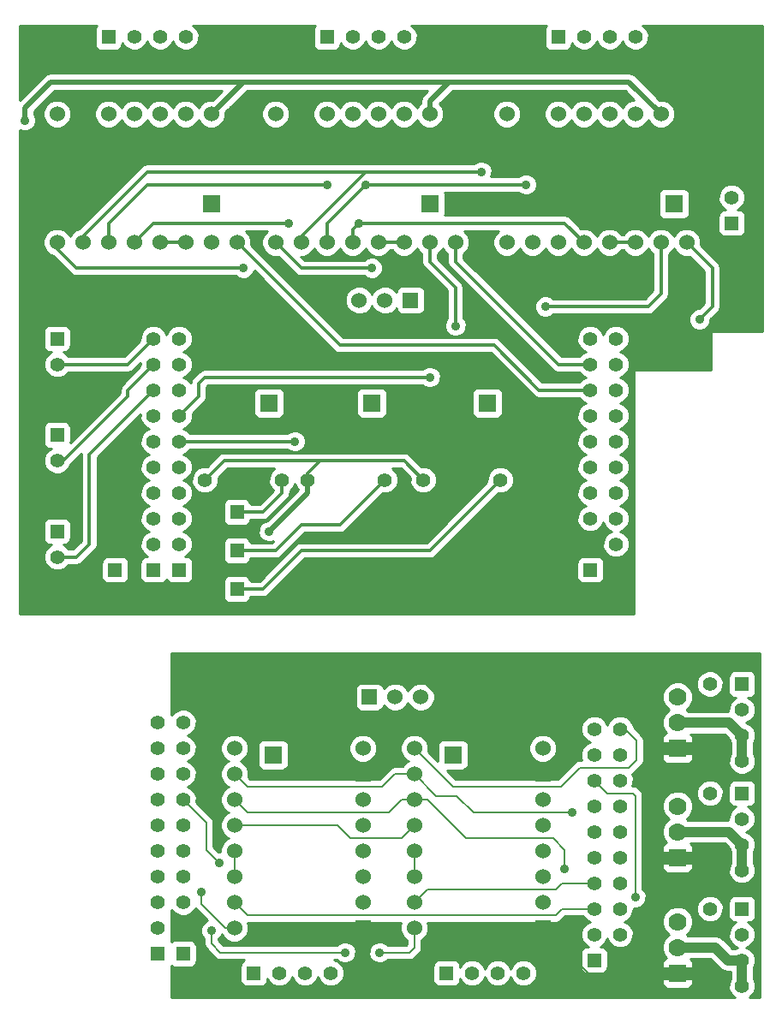
<source format=gbl>
G04 (created by PCBNEW (2012-nov-02)-testing) date Mon 24 Dec 2012 01:36:53 PM MST*
%MOIN*%
G04 Gerber Fmt 3.4, Leading zero omitted, Abs format*
%FSLAX34Y34*%
G01*
G70*
G90*
G04 APERTURE LIST*
%ADD10C,0.006*%
%ADD11R,0.06X0.06*%
%ADD12C,0.06*%
%ADD13R,0.055X0.055*%
%ADD14C,0.055*%
%ADD15R,0.07X0.07*%
%ADD16C,0.07*%
%ADD17C,0.035*%
%ADD18C,0.008*%
%ADD19C,0.012*%
%ADD20C,0.05*%
%ADD21C,0.04*%
%ADD22C,0.02*%
%ADD23C,0.01*%
G04 APERTURE END LIST*
G54D10*
G54D11*
X13500Y-9000D03*
G54D12*
X12500Y-9000D03*
X11500Y-9000D03*
X10500Y-9000D03*
X9500Y-9000D03*
X8500Y-9000D03*
G54D11*
X7500Y-9000D03*
G54D12*
X6500Y-9000D03*
X6500Y-14000D03*
X7500Y-14000D03*
X8500Y-14000D03*
X9500Y-14000D03*
X10500Y-14000D03*
X11500Y-14000D03*
X12500Y-14000D03*
X13500Y-14000D03*
G54D11*
X22000Y-9000D03*
G54D12*
X21000Y-9000D03*
X20000Y-9000D03*
X19000Y-9000D03*
X18000Y-9000D03*
X17000Y-9000D03*
G54D11*
X16000Y-9000D03*
G54D12*
X15000Y-9000D03*
X15000Y-14000D03*
X16000Y-14000D03*
X17000Y-14000D03*
X18000Y-14000D03*
X19000Y-14000D03*
X20000Y-14000D03*
X21000Y-14000D03*
X22000Y-14000D03*
G54D11*
X31000Y-9000D03*
G54D12*
X30000Y-9000D03*
X29000Y-9000D03*
X28000Y-9000D03*
X27000Y-9000D03*
X26000Y-9000D03*
G54D11*
X25000Y-9000D03*
G54D12*
X24000Y-9000D03*
X24000Y-14000D03*
X25000Y-14000D03*
X26000Y-14000D03*
X27000Y-14000D03*
X28000Y-14000D03*
X29000Y-14000D03*
X30000Y-14000D03*
X31000Y-14000D03*
G54D13*
X8500Y-6000D03*
G54D14*
X9500Y-6000D03*
X10500Y-6000D03*
X11500Y-6000D03*
G54D13*
X26000Y-6000D03*
G54D14*
X27000Y-6000D03*
X28000Y-6000D03*
X29000Y-6000D03*
G54D13*
X17000Y-6000D03*
G54D14*
X18000Y-6000D03*
X19000Y-6000D03*
X20000Y-6000D03*
G54D15*
X30500Y-12500D03*
G54D16*
X30500Y-10500D03*
G54D15*
X21000Y-12500D03*
G54D16*
X21000Y-10500D03*
G54D15*
X12500Y-12500D03*
G54D16*
X12500Y-10500D03*
G54D13*
X6500Y-25250D03*
G54D14*
X6500Y-26250D03*
X6500Y-27250D03*
G54D13*
X6500Y-21500D03*
G54D14*
X6500Y-22500D03*
X6500Y-23500D03*
G54D13*
X6500Y-17750D03*
G54D14*
X6500Y-18750D03*
X6500Y-19750D03*
G54D13*
X27250Y-26750D03*
G54D14*
X27250Y-25750D03*
X27250Y-24750D03*
X27250Y-23750D03*
X27250Y-22750D03*
X27250Y-21750D03*
X27250Y-20750D03*
X27250Y-19750D03*
X27250Y-18750D03*
X27250Y-17750D03*
G54D13*
X28250Y-26750D03*
G54D14*
X28250Y-25750D03*
X28250Y-24750D03*
X28250Y-23750D03*
X28250Y-22750D03*
X28250Y-21750D03*
X28250Y-20750D03*
X28250Y-19750D03*
X28250Y-18750D03*
X28250Y-17750D03*
G54D13*
X10250Y-26750D03*
G54D14*
X10250Y-25750D03*
X10250Y-24750D03*
X10250Y-23750D03*
X10250Y-22750D03*
X10250Y-21750D03*
X10250Y-20750D03*
X10250Y-19750D03*
X10250Y-18750D03*
X10250Y-17750D03*
G54D11*
X20250Y-16250D03*
G54D12*
X20250Y-17250D03*
X19250Y-16250D03*
X19250Y-17250D03*
X18250Y-16250D03*
X18250Y-17250D03*
G54D13*
X32750Y-13250D03*
G54D14*
X32750Y-12250D03*
X32750Y-11250D03*
X32750Y-10250D03*
G54D13*
X13500Y-24500D03*
G54D14*
X12500Y-24500D03*
G54D13*
X13500Y-26000D03*
G54D14*
X12500Y-26000D03*
G54D13*
X13500Y-27500D03*
G54D14*
X12500Y-27500D03*
X12250Y-23250D03*
X15250Y-23250D03*
X16250Y-23250D03*
X19250Y-23250D03*
X20750Y-23250D03*
X23750Y-23250D03*
G54D15*
X14750Y-20250D03*
G54D16*
X12750Y-20250D03*
G54D15*
X18750Y-20250D03*
G54D16*
X16750Y-20250D03*
G54D15*
X23250Y-20250D03*
G54D16*
X21250Y-20250D03*
G54D13*
X11250Y-26750D03*
G54D14*
X11250Y-25750D03*
X11250Y-24750D03*
X11250Y-23750D03*
X11250Y-22750D03*
X11250Y-21750D03*
X11250Y-20750D03*
X11250Y-19750D03*
X11250Y-18750D03*
X11250Y-17750D03*
G54D13*
X8750Y-26750D03*
G54D14*
X8750Y-25750D03*
X8750Y-24750D03*
G54D13*
X33150Y-31200D03*
G54D14*
X33150Y-32200D03*
X33150Y-33200D03*
X33150Y-34200D03*
G54D13*
X33150Y-35450D03*
G54D14*
X33150Y-36450D03*
X33150Y-37450D03*
X33150Y-38450D03*
G54D13*
X21650Y-42450D03*
G54D14*
X22650Y-42450D03*
X23650Y-42450D03*
X24650Y-42450D03*
G54D13*
X14150Y-42450D03*
G54D14*
X15150Y-42450D03*
X16150Y-42450D03*
X17150Y-42450D03*
G54D13*
X33150Y-39950D03*
G54D14*
X33150Y-40950D03*
X33150Y-41950D03*
X33150Y-42950D03*
G54D13*
X10400Y-41700D03*
G54D14*
X10400Y-40700D03*
X10400Y-39700D03*
X10400Y-38700D03*
X10400Y-37700D03*
X10400Y-36700D03*
X10400Y-35700D03*
X10400Y-34700D03*
X10400Y-33700D03*
X10400Y-32700D03*
G54D13*
X27400Y-41950D03*
G54D14*
X27400Y-40950D03*
X27400Y-39950D03*
X27400Y-38950D03*
X27400Y-37950D03*
X27400Y-36950D03*
X27400Y-35950D03*
X27400Y-34950D03*
X27400Y-33950D03*
X27400Y-32950D03*
G54D13*
X11400Y-41700D03*
G54D14*
X11400Y-40700D03*
X11400Y-39700D03*
X11400Y-38700D03*
X11400Y-37700D03*
X11400Y-36700D03*
X11400Y-35700D03*
X11400Y-34700D03*
X11400Y-33700D03*
X11400Y-32700D03*
G54D13*
X28400Y-41950D03*
G54D14*
X28400Y-40950D03*
X28400Y-39950D03*
X28400Y-38950D03*
X28400Y-37950D03*
X28400Y-36950D03*
X28400Y-35950D03*
X28400Y-34950D03*
X28400Y-33950D03*
X28400Y-32950D03*
X31900Y-39950D03*
X31900Y-42950D03*
X31900Y-35450D03*
X31900Y-38450D03*
X31900Y-31200D03*
X31900Y-34200D03*
G54D11*
X18650Y-31700D03*
G54D12*
X18650Y-30700D03*
X19650Y-31700D03*
X19650Y-30700D03*
X20650Y-31700D03*
X20650Y-30700D03*
G54D15*
X14900Y-33950D03*
G54D16*
X16900Y-33950D03*
G54D15*
X21900Y-33950D03*
G54D16*
X23900Y-33950D03*
G54D11*
X25400Y-40700D03*
G54D12*
X25400Y-39700D03*
X25400Y-38700D03*
X25400Y-37700D03*
X25400Y-36700D03*
X25400Y-35700D03*
G54D11*
X25400Y-34700D03*
G54D12*
X25400Y-33700D03*
X20400Y-33700D03*
X20400Y-34700D03*
X20400Y-35700D03*
X20400Y-36700D03*
X20400Y-37700D03*
X20400Y-38700D03*
X20400Y-39700D03*
X20400Y-40700D03*
G54D11*
X18400Y-40700D03*
G54D12*
X18400Y-39700D03*
X18400Y-38700D03*
X18400Y-37700D03*
X18400Y-36700D03*
X18400Y-35700D03*
G54D11*
X18400Y-34700D03*
G54D12*
X18400Y-33700D03*
X13400Y-33700D03*
X13400Y-34700D03*
X13400Y-35700D03*
X13400Y-36700D03*
X13400Y-37700D03*
X13400Y-38700D03*
X13400Y-39700D03*
X13400Y-40700D03*
G54D16*
X30650Y-40450D03*
X30650Y-41450D03*
G54D15*
X30650Y-42450D03*
G54D16*
X30650Y-35950D03*
X30650Y-36950D03*
G54D15*
X30650Y-37950D03*
G54D16*
X30650Y-31700D03*
X30650Y-32700D03*
G54D15*
X30650Y-33700D03*
G54D17*
X29000Y-39500D03*
X31500Y-17000D03*
X12100Y-39300D03*
X12800Y-38150D03*
X12500Y-40800D03*
X17700Y-41650D03*
X19050Y-41650D03*
X26250Y-38400D03*
X26550Y-36200D03*
X18250Y-13250D03*
X15500Y-13250D03*
X18500Y-11750D03*
X17000Y-11750D03*
X24750Y-11750D03*
X23000Y-11250D03*
X15750Y-21750D03*
X22000Y-17250D03*
X21000Y-19250D03*
X25500Y-16500D03*
X18750Y-15000D03*
X13750Y-15000D03*
X14750Y-25250D03*
X5250Y-9250D03*
G54D18*
X27900Y-35450D02*
X27400Y-34950D01*
X28900Y-35450D02*
X27900Y-35450D01*
X29000Y-35550D02*
X28900Y-35450D01*
X29000Y-39500D02*
X29000Y-35550D01*
G54D19*
X27250Y-19750D02*
X25250Y-19750D01*
X17500Y-18000D02*
X13500Y-14000D01*
X23500Y-18000D02*
X17500Y-18000D01*
X25250Y-19750D02*
X23500Y-18000D01*
X22000Y-14000D02*
X22000Y-14750D01*
X26000Y-18750D02*
X27250Y-18750D01*
X22000Y-14750D02*
X26000Y-18750D01*
X32000Y-15000D02*
X31000Y-14000D01*
X32000Y-16500D02*
X32000Y-15000D01*
X31500Y-17000D02*
X32000Y-16500D01*
G54D18*
X13400Y-40700D02*
X13050Y-40700D01*
X12100Y-39750D02*
X12100Y-39300D01*
X13050Y-40700D02*
X12100Y-39750D01*
X27400Y-39950D02*
X26150Y-39950D01*
X13900Y-40200D02*
X13400Y-39700D01*
X25900Y-40200D02*
X13900Y-40200D01*
X26150Y-39950D02*
X25900Y-40200D01*
G54D19*
X13500Y-24500D02*
X14500Y-24500D01*
X15250Y-23750D02*
X15250Y-23250D01*
X14500Y-24500D02*
X15250Y-23750D01*
G54D18*
X20400Y-40700D02*
X20400Y-41450D01*
X12300Y-37650D02*
X12300Y-36600D01*
X12800Y-38150D02*
X12300Y-37650D01*
X12500Y-41300D02*
X12500Y-40800D01*
X12850Y-41650D02*
X12500Y-41300D01*
X12300Y-36600D02*
X11400Y-35700D01*
X17700Y-41650D02*
X12850Y-41650D01*
X20200Y-41650D02*
X19050Y-41650D01*
X20400Y-41450D02*
X20200Y-41650D01*
X28400Y-32950D02*
X28600Y-32950D01*
X21900Y-35200D02*
X20400Y-33700D01*
X26100Y-35200D02*
X21900Y-35200D01*
X26850Y-34450D02*
X26100Y-35200D01*
X28750Y-34450D02*
X26850Y-34450D01*
X29050Y-34150D02*
X28750Y-34450D01*
X29050Y-33400D02*
X29050Y-34150D01*
X28600Y-32950D02*
X29050Y-33400D01*
X27400Y-38950D02*
X26150Y-38950D01*
X20900Y-39200D02*
X20400Y-39700D01*
X25900Y-39200D02*
X20900Y-39200D01*
X26150Y-38950D02*
X25900Y-39200D01*
G54D19*
X13500Y-26000D02*
X15000Y-26000D01*
X17500Y-25000D02*
X19250Y-23250D01*
X16000Y-25000D02*
X17500Y-25000D01*
X15000Y-26000D02*
X16000Y-25000D01*
G54D18*
X13400Y-36700D02*
X17400Y-36700D01*
X19900Y-37200D02*
X20400Y-36700D01*
X17900Y-37200D02*
X19900Y-37200D01*
X17400Y-36700D02*
X17900Y-37200D01*
X20400Y-35700D02*
X20900Y-35700D01*
X26250Y-37650D02*
X26250Y-38400D01*
X25800Y-37200D02*
X26250Y-37650D01*
X22400Y-37200D02*
X25800Y-37200D01*
X20900Y-35700D02*
X22400Y-37200D01*
X20400Y-35700D02*
X19900Y-35700D01*
X13900Y-36200D02*
X13400Y-35700D01*
X19400Y-36200D02*
X13900Y-36200D01*
X19900Y-35700D02*
X19400Y-36200D01*
X21250Y-35550D02*
X20400Y-34700D01*
X22050Y-35550D02*
X21250Y-35550D01*
X22700Y-36200D02*
X22050Y-35550D01*
X26550Y-36200D02*
X22700Y-36200D01*
X20400Y-34700D02*
X19650Y-34700D01*
X13900Y-35200D02*
X13400Y-34700D01*
X19150Y-35200D02*
X13900Y-35200D01*
X19650Y-34700D02*
X19150Y-35200D01*
G54D19*
X6500Y-26250D02*
X7250Y-26250D01*
X7750Y-22250D02*
X10250Y-19750D01*
X7750Y-25750D02*
X7750Y-22250D01*
X7250Y-26250D02*
X7750Y-25750D01*
X6500Y-22500D02*
X6750Y-22500D01*
X9250Y-19750D02*
X10250Y-18750D01*
X9250Y-20000D02*
X9250Y-19750D01*
X6750Y-22500D02*
X9250Y-20000D01*
X6500Y-18750D02*
X9250Y-18750D01*
X9250Y-18750D02*
X10250Y-17750D01*
X9500Y-14000D02*
X10250Y-13250D01*
X15500Y-13250D02*
X10250Y-13250D01*
X18000Y-14000D02*
X18000Y-13500D01*
X26250Y-13250D02*
X27000Y-14000D01*
X18250Y-13250D02*
X26250Y-13250D01*
X18000Y-13500D02*
X18250Y-13250D01*
X8500Y-14000D02*
X8500Y-13250D01*
X10000Y-11750D02*
X8500Y-13250D01*
X17000Y-11750D02*
X10000Y-11750D01*
X17000Y-13250D02*
X17000Y-14000D01*
X18500Y-11750D02*
X17000Y-13250D01*
X24750Y-11750D02*
X18500Y-11750D01*
X18500Y-11250D02*
X10000Y-11250D01*
X7500Y-13750D02*
X7500Y-14000D01*
X10000Y-11250D02*
X7500Y-13750D01*
X16000Y-14000D02*
X16000Y-13750D01*
X18500Y-11250D02*
X23000Y-11250D01*
X16000Y-13750D02*
X18500Y-11250D01*
X21000Y-14000D02*
X21000Y-14750D01*
X15750Y-21750D02*
X11250Y-21750D01*
X22000Y-15750D02*
X22000Y-17250D01*
X21000Y-14750D02*
X22000Y-15750D01*
X30000Y-14000D02*
X30000Y-16000D01*
X12000Y-20000D02*
X11250Y-20750D01*
X12000Y-19500D02*
X12000Y-20000D01*
X12250Y-19250D02*
X12000Y-19500D01*
X13000Y-19250D02*
X12250Y-19250D01*
X21000Y-19250D02*
X13000Y-19250D01*
X29500Y-16500D02*
X25500Y-16500D01*
X30000Y-16000D02*
X29500Y-16500D01*
X16000Y-15000D02*
X15000Y-14000D01*
X18750Y-15000D02*
X16000Y-15000D01*
X6500Y-14000D02*
X6500Y-14250D01*
X7250Y-15000D02*
X13750Y-15000D01*
X6500Y-14250D02*
X7250Y-15000D01*
G54D18*
X28400Y-41950D02*
X28400Y-42500D01*
X27500Y-42800D02*
X25400Y-40700D01*
X28100Y-42800D02*
X27500Y-42800D01*
X28400Y-42500D02*
X28100Y-42800D01*
X28400Y-41950D02*
X29250Y-41950D01*
X29250Y-41950D02*
X29650Y-41550D01*
G54D20*
X30650Y-37950D02*
X31400Y-37950D01*
X31400Y-37950D02*
X31900Y-38450D01*
X29650Y-37950D02*
X30650Y-37950D01*
X30650Y-42450D02*
X31400Y-42450D01*
X31400Y-42450D02*
X31900Y-42950D01*
X29650Y-33200D02*
X29650Y-37950D01*
X29650Y-37950D02*
X29650Y-41550D01*
X29650Y-41550D02*
X29650Y-42450D01*
X29650Y-42450D02*
X30650Y-42450D01*
X30650Y-33700D02*
X31400Y-33700D01*
X31400Y-33700D02*
X31900Y-34200D01*
X30650Y-33700D02*
X29900Y-33700D01*
X28400Y-30700D02*
X20650Y-30700D01*
X29650Y-31950D02*
X28400Y-30700D01*
X29650Y-33450D02*
X29650Y-33200D01*
X29650Y-33200D02*
X29650Y-31950D01*
X29900Y-33700D02*
X29650Y-33450D01*
X25400Y-34700D02*
X24650Y-34700D01*
X24650Y-34700D02*
X23900Y-33950D01*
X20650Y-30700D02*
X23900Y-33950D01*
X16900Y-33950D02*
X16900Y-31200D01*
X17400Y-30700D02*
X18650Y-30700D01*
X16900Y-31200D02*
X17400Y-30700D01*
X18400Y-34700D02*
X17650Y-34700D01*
X17650Y-34700D02*
X16900Y-33950D01*
G54D19*
X29000Y-14000D02*
X28000Y-14000D01*
G54D18*
X13400Y-37700D02*
X13400Y-38700D01*
G54D19*
X19000Y-14000D02*
X20000Y-14000D01*
X13500Y-27500D02*
X14500Y-27500D01*
X21000Y-26000D02*
X23750Y-23250D01*
X16000Y-26000D02*
X21000Y-26000D01*
X14500Y-27500D02*
X16000Y-26000D01*
G54D21*
X30650Y-36950D02*
X32650Y-36950D01*
X32650Y-36950D02*
X33150Y-37450D01*
X33150Y-37450D02*
X33150Y-38450D01*
X30650Y-32700D02*
X32650Y-32700D01*
X32650Y-32700D02*
X33150Y-33200D01*
X33150Y-33200D02*
X33150Y-34200D01*
X33150Y-41950D02*
X33150Y-42950D01*
X30650Y-41450D02*
X32100Y-41450D01*
X32600Y-41950D02*
X33150Y-41950D01*
X32100Y-41450D02*
X32600Y-41950D01*
G54D18*
X20400Y-37700D02*
X20400Y-38700D01*
G54D19*
X11500Y-14000D02*
X10500Y-14000D01*
G54D22*
X16250Y-23750D02*
X14750Y-25250D01*
X16250Y-23250D02*
X16250Y-23750D01*
X13750Y-7750D02*
X6250Y-7750D01*
X5250Y-8750D02*
X5250Y-9250D01*
X6250Y-7750D02*
X5250Y-8750D01*
X21750Y-7750D02*
X13750Y-7750D01*
X13750Y-7750D02*
X12500Y-9000D01*
X21000Y-9000D02*
X21000Y-8500D01*
X28750Y-7750D02*
X30000Y-9000D01*
X21750Y-7750D02*
X28750Y-7750D01*
X21000Y-8500D02*
X21750Y-7750D01*
G54D19*
X13000Y-22500D02*
X12250Y-23250D01*
X16750Y-22500D02*
X13000Y-22500D01*
X20000Y-22500D02*
X20750Y-23250D01*
X16750Y-22500D02*
X20000Y-22500D01*
X16250Y-23000D02*
X16750Y-22500D01*
X16250Y-23250D02*
X16250Y-23000D01*
G54D10*
G36*
X27085Y-19250D02*
X26953Y-19304D01*
X26817Y-19440D01*
X25378Y-19440D01*
X23719Y-17780D01*
X23618Y-17713D01*
X23500Y-17690D01*
X20800Y-17690D01*
X20800Y-16500D01*
X20800Y-15900D01*
X20762Y-15808D01*
X20691Y-15738D01*
X20599Y-15700D01*
X20500Y-15699D01*
X19900Y-15699D01*
X19808Y-15737D01*
X19738Y-15808D01*
X19700Y-15900D01*
X19700Y-15922D01*
X19561Y-15784D01*
X19359Y-15700D01*
X19141Y-15699D01*
X18938Y-15783D01*
X18784Y-15938D01*
X18750Y-16019D01*
X18716Y-15938D01*
X18561Y-15784D01*
X18359Y-15700D01*
X18141Y-15699D01*
X17938Y-15783D01*
X17784Y-15938D01*
X17700Y-16140D01*
X17699Y-16358D01*
X17783Y-16561D01*
X17938Y-16715D01*
X18140Y-16799D01*
X18358Y-16800D01*
X18561Y-16716D01*
X18715Y-16561D01*
X18749Y-16480D01*
X18783Y-16561D01*
X18938Y-16715D01*
X19140Y-16799D01*
X19358Y-16800D01*
X19561Y-16716D01*
X19699Y-16577D01*
X19699Y-16599D01*
X19737Y-16691D01*
X19808Y-16761D01*
X19900Y-16799D01*
X19999Y-16800D01*
X20599Y-16800D01*
X20691Y-16762D01*
X20761Y-16691D01*
X20799Y-16599D01*
X20800Y-16500D01*
X20800Y-17690D01*
X17628Y-17690D01*
X14049Y-14111D01*
X14049Y-14109D01*
X14050Y-13891D01*
X13966Y-13688D01*
X13837Y-13560D01*
X14662Y-13560D01*
X14534Y-13688D01*
X14450Y-13890D01*
X14449Y-14108D01*
X14533Y-14311D01*
X14688Y-14465D01*
X14890Y-14549D01*
X15108Y-14550D01*
X15110Y-14549D01*
X15780Y-15219D01*
X15881Y-15286D01*
X16000Y-15310D01*
X18458Y-15310D01*
X18508Y-15360D01*
X18665Y-15424D01*
X18834Y-15425D01*
X18990Y-15360D01*
X19110Y-15241D01*
X19174Y-15084D01*
X19175Y-14915D01*
X19110Y-14759D01*
X18991Y-14639D01*
X18834Y-14575D01*
X18665Y-14574D01*
X18509Y-14639D01*
X18458Y-14690D01*
X16128Y-14690D01*
X15988Y-14549D01*
X16108Y-14550D01*
X16311Y-14466D01*
X16465Y-14311D01*
X16499Y-14230D01*
X16533Y-14311D01*
X16688Y-14465D01*
X16890Y-14549D01*
X17108Y-14550D01*
X17311Y-14466D01*
X17465Y-14311D01*
X17499Y-14230D01*
X17533Y-14311D01*
X17688Y-14465D01*
X17890Y-14549D01*
X18108Y-14550D01*
X18311Y-14466D01*
X18465Y-14311D01*
X18499Y-14230D01*
X18533Y-14311D01*
X18688Y-14465D01*
X18890Y-14549D01*
X19108Y-14550D01*
X19311Y-14466D01*
X19465Y-14311D01*
X19466Y-14310D01*
X19532Y-14310D01*
X19533Y-14311D01*
X19688Y-14465D01*
X19890Y-14549D01*
X20108Y-14550D01*
X20311Y-14466D01*
X20465Y-14311D01*
X20499Y-14230D01*
X20533Y-14311D01*
X20688Y-14465D01*
X20690Y-14466D01*
X20690Y-14750D01*
X20713Y-14868D01*
X20780Y-14969D01*
X21690Y-15878D01*
X21690Y-16958D01*
X21639Y-17008D01*
X21575Y-17165D01*
X21574Y-17334D01*
X21639Y-17490D01*
X21758Y-17610D01*
X21915Y-17674D01*
X22084Y-17675D01*
X22240Y-17610D01*
X22360Y-17491D01*
X22424Y-17334D01*
X22425Y-17165D01*
X22360Y-17009D01*
X22310Y-16958D01*
X22310Y-15750D01*
X22286Y-15631D01*
X22219Y-15530D01*
X21310Y-14621D01*
X21310Y-14467D01*
X21311Y-14466D01*
X21465Y-14311D01*
X21499Y-14230D01*
X21533Y-14311D01*
X21688Y-14465D01*
X21690Y-14466D01*
X21690Y-14750D01*
X21713Y-14868D01*
X21780Y-14969D01*
X25780Y-18969D01*
X25780Y-18969D01*
X25881Y-19036D01*
X25881Y-19036D01*
X25976Y-19055D01*
X25999Y-19060D01*
X25999Y-19059D01*
X26000Y-19060D01*
X26817Y-19060D01*
X26952Y-19194D01*
X27085Y-19250D01*
X27085Y-19250D01*
G37*
G54D23*
X27085Y-19250D02*
X26953Y-19304D01*
X26817Y-19440D01*
X25378Y-19440D01*
X23719Y-17780D01*
X23618Y-17713D01*
X23500Y-17690D01*
X20800Y-17690D01*
X20800Y-16500D01*
X20800Y-15900D01*
X20762Y-15808D01*
X20691Y-15738D01*
X20599Y-15700D01*
X20500Y-15699D01*
X19900Y-15699D01*
X19808Y-15737D01*
X19738Y-15808D01*
X19700Y-15900D01*
X19700Y-15922D01*
X19561Y-15784D01*
X19359Y-15700D01*
X19141Y-15699D01*
X18938Y-15783D01*
X18784Y-15938D01*
X18750Y-16019D01*
X18716Y-15938D01*
X18561Y-15784D01*
X18359Y-15700D01*
X18141Y-15699D01*
X17938Y-15783D01*
X17784Y-15938D01*
X17700Y-16140D01*
X17699Y-16358D01*
X17783Y-16561D01*
X17938Y-16715D01*
X18140Y-16799D01*
X18358Y-16800D01*
X18561Y-16716D01*
X18715Y-16561D01*
X18749Y-16480D01*
X18783Y-16561D01*
X18938Y-16715D01*
X19140Y-16799D01*
X19358Y-16800D01*
X19561Y-16716D01*
X19699Y-16577D01*
X19699Y-16599D01*
X19737Y-16691D01*
X19808Y-16761D01*
X19900Y-16799D01*
X19999Y-16800D01*
X20599Y-16800D01*
X20691Y-16762D01*
X20761Y-16691D01*
X20799Y-16599D01*
X20800Y-16500D01*
X20800Y-17690D01*
X17628Y-17690D01*
X14049Y-14111D01*
X14049Y-14109D01*
X14050Y-13891D01*
X13966Y-13688D01*
X13837Y-13560D01*
X14662Y-13560D01*
X14534Y-13688D01*
X14450Y-13890D01*
X14449Y-14108D01*
X14533Y-14311D01*
X14688Y-14465D01*
X14890Y-14549D01*
X15108Y-14550D01*
X15110Y-14549D01*
X15780Y-15219D01*
X15881Y-15286D01*
X16000Y-15310D01*
X18458Y-15310D01*
X18508Y-15360D01*
X18665Y-15424D01*
X18834Y-15425D01*
X18990Y-15360D01*
X19110Y-15241D01*
X19174Y-15084D01*
X19175Y-14915D01*
X19110Y-14759D01*
X18991Y-14639D01*
X18834Y-14575D01*
X18665Y-14574D01*
X18509Y-14639D01*
X18458Y-14690D01*
X16128Y-14690D01*
X15988Y-14549D01*
X16108Y-14550D01*
X16311Y-14466D01*
X16465Y-14311D01*
X16499Y-14230D01*
X16533Y-14311D01*
X16688Y-14465D01*
X16890Y-14549D01*
X17108Y-14550D01*
X17311Y-14466D01*
X17465Y-14311D01*
X17499Y-14230D01*
X17533Y-14311D01*
X17688Y-14465D01*
X17890Y-14549D01*
X18108Y-14550D01*
X18311Y-14466D01*
X18465Y-14311D01*
X18499Y-14230D01*
X18533Y-14311D01*
X18688Y-14465D01*
X18890Y-14549D01*
X19108Y-14550D01*
X19311Y-14466D01*
X19465Y-14311D01*
X19466Y-14310D01*
X19532Y-14310D01*
X19533Y-14311D01*
X19688Y-14465D01*
X19890Y-14549D01*
X20108Y-14550D01*
X20311Y-14466D01*
X20465Y-14311D01*
X20499Y-14230D01*
X20533Y-14311D01*
X20688Y-14465D01*
X20690Y-14466D01*
X20690Y-14750D01*
X20713Y-14868D01*
X20780Y-14969D01*
X21690Y-15878D01*
X21690Y-16958D01*
X21639Y-17008D01*
X21575Y-17165D01*
X21574Y-17334D01*
X21639Y-17490D01*
X21758Y-17610D01*
X21915Y-17674D01*
X22084Y-17675D01*
X22240Y-17610D01*
X22360Y-17491D01*
X22424Y-17334D01*
X22425Y-17165D01*
X22360Y-17009D01*
X22310Y-16958D01*
X22310Y-15750D01*
X22286Y-15631D01*
X22219Y-15530D01*
X21310Y-14621D01*
X21310Y-14467D01*
X21311Y-14466D01*
X21465Y-14311D01*
X21499Y-14230D01*
X21533Y-14311D01*
X21688Y-14465D01*
X21690Y-14466D01*
X21690Y-14750D01*
X21713Y-14868D01*
X21780Y-14969D01*
X25780Y-18969D01*
X25780Y-18969D01*
X25881Y-19036D01*
X25881Y-19036D01*
X25976Y-19055D01*
X25999Y-19060D01*
X25999Y-19059D01*
X26000Y-19060D01*
X26817Y-19060D01*
X26952Y-19194D01*
X27085Y-19250D01*
G54D10*
G36*
X33950Y-17450D02*
X33500Y-17450D01*
X33275Y-17450D01*
X33275Y-12146D01*
X33195Y-11953D01*
X33047Y-11805D01*
X32854Y-11725D01*
X32646Y-11724D01*
X32453Y-11804D01*
X32305Y-11952D01*
X32225Y-12145D01*
X32224Y-12353D01*
X32304Y-12547D01*
X32452Y-12694D01*
X32524Y-12724D01*
X32425Y-12724D01*
X32333Y-12762D01*
X32263Y-12833D01*
X32225Y-12925D01*
X32224Y-13024D01*
X32224Y-13574D01*
X32262Y-13666D01*
X32333Y-13736D01*
X32425Y-13774D01*
X32524Y-13775D01*
X33074Y-13775D01*
X33166Y-13737D01*
X33236Y-13666D01*
X33274Y-13574D01*
X33275Y-13475D01*
X33275Y-12925D01*
X33237Y-12833D01*
X33166Y-12763D01*
X33074Y-12725D01*
X32975Y-12724D01*
X32975Y-12724D01*
X33047Y-12695D01*
X33194Y-12547D01*
X33274Y-12354D01*
X33275Y-12146D01*
X33275Y-17450D01*
X32310Y-17450D01*
X32310Y-16500D01*
X32310Y-15000D01*
X32286Y-14881D01*
X32219Y-14780D01*
X31549Y-14111D01*
X31549Y-14109D01*
X31550Y-13891D01*
X31466Y-13688D01*
X31311Y-13534D01*
X31109Y-13450D01*
X31100Y-13450D01*
X31100Y-12800D01*
X31100Y-12100D01*
X31062Y-12008D01*
X30991Y-11938D01*
X30899Y-11900D01*
X30800Y-11899D01*
X30100Y-11899D01*
X30008Y-11937D01*
X29938Y-12008D01*
X29900Y-12100D01*
X29899Y-12199D01*
X29899Y-12899D01*
X29937Y-12991D01*
X30008Y-13061D01*
X30100Y-13099D01*
X30199Y-13100D01*
X30899Y-13100D01*
X30991Y-13062D01*
X31061Y-12991D01*
X31099Y-12899D01*
X31100Y-12800D01*
X31100Y-13450D01*
X30891Y-13449D01*
X30688Y-13533D01*
X30534Y-13688D01*
X30500Y-13769D01*
X30466Y-13688D01*
X30311Y-13534D01*
X30109Y-13450D01*
X29891Y-13449D01*
X29688Y-13533D01*
X29534Y-13688D01*
X29500Y-13769D01*
X29466Y-13688D01*
X29311Y-13534D01*
X29109Y-13450D01*
X28891Y-13449D01*
X28688Y-13533D01*
X28534Y-13688D01*
X28533Y-13690D01*
X28467Y-13690D01*
X28466Y-13688D01*
X28311Y-13534D01*
X28109Y-13450D01*
X27891Y-13449D01*
X27688Y-13533D01*
X27534Y-13688D01*
X27500Y-13769D01*
X27466Y-13688D01*
X27311Y-13534D01*
X27109Y-13450D01*
X26891Y-13449D01*
X26889Y-13450D01*
X26469Y-13030D01*
X26368Y-12963D01*
X26250Y-12940D01*
X21583Y-12940D01*
X21599Y-12899D01*
X21600Y-12800D01*
X21600Y-12100D01*
X21583Y-12060D01*
X24458Y-12060D01*
X24508Y-12110D01*
X24665Y-12174D01*
X24834Y-12175D01*
X24990Y-12110D01*
X25110Y-11991D01*
X25174Y-11834D01*
X25175Y-11665D01*
X25110Y-11509D01*
X24991Y-11389D01*
X24834Y-11325D01*
X24665Y-11324D01*
X24550Y-11372D01*
X24550Y-8891D01*
X24466Y-8688D01*
X24311Y-8534D01*
X24109Y-8450D01*
X23891Y-8449D01*
X23688Y-8533D01*
X23534Y-8688D01*
X23450Y-8890D01*
X23449Y-9108D01*
X23533Y-9311D01*
X23688Y-9465D01*
X23890Y-9549D01*
X24108Y-9550D01*
X24311Y-9466D01*
X24465Y-9311D01*
X24549Y-9109D01*
X24550Y-8891D01*
X24550Y-11372D01*
X24509Y-11389D01*
X24458Y-11440D01*
X23381Y-11440D01*
X23424Y-11334D01*
X23425Y-11165D01*
X23360Y-11009D01*
X23241Y-10889D01*
X23084Y-10825D01*
X22915Y-10824D01*
X22759Y-10889D01*
X22708Y-10940D01*
X18500Y-10940D01*
X15550Y-10940D01*
X15550Y-8891D01*
X15466Y-8688D01*
X15311Y-8534D01*
X15109Y-8450D01*
X14891Y-8449D01*
X14688Y-8533D01*
X14534Y-8688D01*
X14450Y-8890D01*
X14449Y-9108D01*
X14533Y-9311D01*
X14688Y-9465D01*
X14890Y-9549D01*
X15108Y-9550D01*
X15311Y-9466D01*
X15465Y-9311D01*
X15549Y-9109D01*
X15550Y-8891D01*
X15550Y-10940D01*
X10000Y-10940D01*
X9881Y-10963D01*
X9780Y-11030D01*
X7340Y-13470D01*
X7188Y-13533D01*
X7050Y-13671D01*
X7050Y-8891D01*
X6966Y-8688D01*
X6811Y-8534D01*
X6609Y-8450D01*
X6391Y-8449D01*
X6188Y-8533D01*
X6034Y-8688D01*
X5950Y-8890D01*
X5949Y-9108D01*
X6033Y-9311D01*
X6188Y-9465D01*
X6390Y-9549D01*
X6608Y-9550D01*
X6811Y-9466D01*
X6965Y-9311D01*
X7049Y-9109D01*
X7050Y-8891D01*
X7050Y-13671D01*
X7034Y-13688D01*
X7000Y-13769D01*
X6966Y-13688D01*
X6811Y-13534D01*
X6609Y-13450D01*
X6391Y-13449D01*
X6188Y-13533D01*
X6034Y-13688D01*
X5950Y-13890D01*
X5949Y-14108D01*
X6033Y-14311D01*
X6188Y-14465D01*
X6341Y-14529D01*
X7030Y-15219D01*
X7030Y-15219D01*
X7131Y-15286D01*
X7131Y-15286D01*
X7226Y-15305D01*
X7249Y-15310D01*
X7249Y-15309D01*
X7250Y-15310D01*
X13458Y-15310D01*
X13508Y-15360D01*
X13665Y-15424D01*
X13834Y-15425D01*
X13990Y-15360D01*
X14110Y-15241D01*
X14166Y-15104D01*
X17280Y-18219D01*
X17280Y-18219D01*
X17381Y-18286D01*
X17381Y-18286D01*
X17476Y-18305D01*
X17499Y-18310D01*
X17499Y-18309D01*
X17500Y-18310D01*
X23371Y-18310D01*
X25030Y-19969D01*
X25131Y-20036D01*
X25250Y-20060D01*
X26817Y-20060D01*
X26952Y-20194D01*
X27085Y-20250D01*
X26953Y-20304D01*
X26805Y-20452D01*
X26725Y-20645D01*
X26724Y-20853D01*
X26804Y-21047D01*
X26952Y-21194D01*
X27085Y-21250D01*
X26953Y-21304D01*
X26805Y-21452D01*
X26725Y-21645D01*
X26724Y-21853D01*
X26804Y-22047D01*
X26952Y-22194D01*
X27085Y-22250D01*
X26953Y-22304D01*
X26805Y-22452D01*
X26725Y-22645D01*
X26724Y-22853D01*
X26804Y-23047D01*
X26952Y-23194D01*
X27085Y-23250D01*
X26953Y-23304D01*
X26805Y-23452D01*
X26725Y-23645D01*
X26724Y-23853D01*
X26804Y-24047D01*
X26952Y-24194D01*
X27085Y-24250D01*
X26953Y-24304D01*
X26805Y-24452D01*
X26725Y-24645D01*
X26724Y-24853D01*
X26804Y-25047D01*
X26952Y-25194D01*
X27145Y-25274D01*
X27353Y-25275D01*
X27547Y-25195D01*
X27694Y-25047D01*
X27750Y-24914D01*
X27804Y-25047D01*
X27952Y-25194D01*
X28085Y-25250D01*
X27953Y-25304D01*
X27805Y-25452D01*
X27725Y-25645D01*
X27724Y-25853D01*
X27804Y-26047D01*
X27952Y-26194D01*
X28145Y-26274D01*
X28353Y-26275D01*
X28547Y-26195D01*
X28694Y-26047D01*
X28774Y-25854D01*
X28775Y-25646D01*
X28695Y-25453D01*
X28547Y-25305D01*
X28414Y-25249D01*
X28547Y-25195D01*
X28694Y-25047D01*
X28774Y-24854D01*
X28775Y-24646D01*
X28695Y-24453D01*
X28547Y-24305D01*
X28414Y-24249D01*
X28547Y-24195D01*
X28694Y-24047D01*
X28774Y-23854D01*
X28775Y-23646D01*
X28695Y-23453D01*
X28547Y-23305D01*
X28414Y-23249D01*
X28547Y-23195D01*
X28694Y-23047D01*
X28774Y-22854D01*
X28775Y-22646D01*
X28695Y-22453D01*
X28547Y-22305D01*
X28414Y-22249D01*
X28547Y-22195D01*
X28694Y-22047D01*
X28774Y-21854D01*
X28775Y-21646D01*
X28695Y-21453D01*
X28547Y-21305D01*
X28414Y-21249D01*
X28547Y-21195D01*
X28694Y-21047D01*
X28774Y-20854D01*
X28775Y-20646D01*
X28695Y-20453D01*
X28547Y-20305D01*
X28414Y-20249D01*
X28547Y-20195D01*
X28694Y-20047D01*
X28774Y-19854D01*
X28775Y-19646D01*
X28695Y-19453D01*
X28547Y-19305D01*
X28414Y-19249D01*
X28547Y-19195D01*
X28694Y-19047D01*
X28774Y-18854D01*
X28775Y-18646D01*
X28695Y-18453D01*
X28547Y-18305D01*
X28414Y-18249D01*
X28547Y-18195D01*
X28694Y-18047D01*
X28774Y-17854D01*
X28775Y-17646D01*
X28695Y-17453D01*
X28547Y-17305D01*
X28354Y-17225D01*
X28146Y-17224D01*
X27953Y-17304D01*
X27805Y-17452D01*
X27749Y-17585D01*
X27695Y-17453D01*
X27547Y-17305D01*
X27354Y-17225D01*
X27146Y-17224D01*
X26953Y-17304D01*
X26805Y-17452D01*
X26725Y-17645D01*
X26724Y-17853D01*
X26804Y-18047D01*
X26952Y-18194D01*
X27085Y-18250D01*
X26953Y-18304D01*
X26817Y-18440D01*
X26128Y-18440D01*
X22310Y-14621D01*
X22310Y-14467D01*
X22311Y-14466D01*
X22465Y-14311D01*
X22549Y-14109D01*
X22550Y-13891D01*
X22466Y-13688D01*
X22337Y-13560D01*
X23662Y-13560D01*
X23534Y-13688D01*
X23450Y-13890D01*
X23449Y-14108D01*
X23533Y-14311D01*
X23688Y-14465D01*
X23890Y-14549D01*
X24108Y-14550D01*
X24311Y-14466D01*
X24465Y-14311D01*
X24499Y-14230D01*
X24533Y-14311D01*
X24688Y-14465D01*
X24890Y-14549D01*
X25108Y-14550D01*
X25311Y-14466D01*
X25465Y-14311D01*
X25499Y-14230D01*
X25533Y-14311D01*
X25688Y-14465D01*
X25890Y-14549D01*
X26108Y-14550D01*
X26311Y-14466D01*
X26465Y-14311D01*
X26499Y-14230D01*
X26533Y-14311D01*
X26688Y-14465D01*
X26890Y-14549D01*
X27108Y-14550D01*
X27311Y-14466D01*
X27465Y-14311D01*
X27499Y-14230D01*
X27533Y-14311D01*
X27688Y-14465D01*
X27890Y-14549D01*
X28108Y-14550D01*
X28311Y-14466D01*
X28465Y-14311D01*
X28466Y-14310D01*
X28532Y-14310D01*
X28533Y-14311D01*
X28688Y-14465D01*
X28890Y-14549D01*
X29108Y-14550D01*
X29311Y-14466D01*
X29465Y-14311D01*
X29499Y-14230D01*
X29533Y-14311D01*
X29688Y-14465D01*
X29690Y-14466D01*
X29690Y-15871D01*
X29371Y-16190D01*
X25791Y-16190D01*
X25741Y-16139D01*
X25584Y-16075D01*
X25415Y-16074D01*
X25259Y-16139D01*
X25139Y-16258D01*
X25075Y-16415D01*
X25074Y-16584D01*
X25139Y-16740D01*
X25258Y-16860D01*
X25415Y-16924D01*
X25584Y-16925D01*
X25740Y-16860D01*
X25791Y-16810D01*
X29500Y-16810D01*
X29618Y-16786D01*
X29719Y-16719D01*
X30219Y-16219D01*
X30286Y-16118D01*
X30310Y-16000D01*
X30310Y-14467D01*
X30311Y-14466D01*
X30465Y-14311D01*
X30499Y-14230D01*
X30533Y-14311D01*
X30688Y-14465D01*
X30890Y-14549D01*
X31108Y-14550D01*
X31110Y-14549D01*
X31690Y-15128D01*
X31690Y-16371D01*
X31486Y-16574D01*
X31415Y-16574D01*
X31259Y-16639D01*
X31139Y-16758D01*
X31075Y-16915D01*
X31074Y-17084D01*
X31139Y-17240D01*
X31258Y-17360D01*
X31415Y-17424D01*
X31584Y-17425D01*
X31740Y-17360D01*
X31860Y-17241D01*
X31924Y-17084D01*
X31924Y-17013D01*
X32219Y-16719D01*
X32286Y-16618D01*
X32310Y-16500D01*
X32310Y-17450D01*
X31950Y-17450D01*
X31950Y-18950D01*
X28950Y-18950D01*
X28950Y-28450D01*
X27775Y-28450D01*
X27775Y-26975D01*
X27775Y-26425D01*
X27737Y-26333D01*
X27666Y-26263D01*
X27574Y-26225D01*
X27475Y-26224D01*
X26925Y-26224D01*
X26833Y-26262D01*
X26763Y-26333D01*
X26725Y-26425D01*
X26724Y-26524D01*
X26724Y-27074D01*
X26762Y-27166D01*
X26833Y-27236D01*
X26925Y-27274D01*
X27024Y-27275D01*
X27574Y-27275D01*
X27666Y-27237D01*
X27736Y-27166D01*
X27774Y-27074D01*
X27775Y-26975D01*
X27775Y-28450D01*
X24275Y-28450D01*
X24275Y-23146D01*
X24195Y-22953D01*
X24047Y-22805D01*
X23854Y-22725D01*
X23850Y-22725D01*
X23850Y-20550D01*
X23850Y-19850D01*
X23812Y-19758D01*
X23741Y-19688D01*
X23649Y-19650D01*
X23550Y-19649D01*
X22850Y-19649D01*
X22758Y-19687D01*
X22688Y-19758D01*
X22650Y-19850D01*
X22649Y-19949D01*
X22649Y-20649D01*
X22687Y-20741D01*
X22758Y-20811D01*
X22850Y-20849D01*
X22949Y-20850D01*
X23649Y-20850D01*
X23741Y-20812D01*
X23811Y-20741D01*
X23849Y-20649D01*
X23850Y-20550D01*
X23850Y-22725D01*
X23646Y-22724D01*
X23453Y-22804D01*
X23305Y-22952D01*
X23225Y-23145D01*
X23224Y-23336D01*
X21425Y-25136D01*
X21425Y-19165D01*
X21360Y-19009D01*
X21241Y-18889D01*
X21084Y-18825D01*
X20915Y-18824D01*
X20759Y-18889D01*
X20708Y-18940D01*
X13000Y-18940D01*
X12250Y-18940D01*
X12131Y-18963D01*
X12091Y-18990D01*
X12030Y-19030D01*
X12030Y-19030D01*
X11780Y-19280D01*
X11713Y-19381D01*
X11698Y-19459D01*
X11695Y-19453D01*
X11547Y-19305D01*
X11414Y-19249D01*
X11547Y-19195D01*
X11694Y-19047D01*
X11774Y-18854D01*
X11775Y-18646D01*
X11695Y-18453D01*
X11547Y-18305D01*
X11414Y-18249D01*
X11547Y-18195D01*
X11694Y-18047D01*
X11774Y-17854D01*
X11775Y-17646D01*
X11695Y-17453D01*
X11547Y-17305D01*
X11354Y-17225D01*
X11146Y-17224D01*
X10953Y-17304D01*
X10805Y-17452D01*
X10749Y-17585D01*
X10695Y-17453D01*
X10547Y-17305D01*
X10354Y-17225D01*
X10146Y-17224D01*
X9953Y-17304D01*
X9805Y-17452D01*
X9725Y-17645D01*
X9724Y-17836D01*
X9121Y-18440D01*
X6932Y-18440D01*
X6797Y-18305D01*
X6725Y-18275D01*
X6824Y-18275D01*
X6916Y-18237D01*
X6986Y-18166D01*
X7024Y-18074D01*
X7025Y-17975D01*
X7025Y-17425D01*
X6987Y-17333D01*
X6916Y-17263D01*
X6824Y-17225D01*
X6725Y-17224D01*
X6175Y-17224D01*
X6083Y-17262D01*
X6013Y-17333D01*
X5975Y-17425D01*
X5974Y-17524D01*
X5974Y-18074D01*
X6012Y-18166D01*
X6083Y-18236D01*
X6175Y-18274D01*
X6274Y-18275D01*
X6274Y-18275D01*
X6203Y-18304D01*
X6055Y-18452D01*
X5975Y-18645D01*
X5974Y-18853D01*
X6054Y-19047D01*
X6202Y-19194D01*
X6395Y-19274D01*
X6603Y-19275D01*
X6797Y-19195D01*
X6932Y-19060D01*
X9250Y-19060D01*
X9368Y-19036D01*
X9469Y-18969D01*
X9725Y-18713D01*
X9724Y-18836D01*
X9030Y-19530D01*
X8963Y-19631D01*
X8940Y-19750D01*
X8940Y-19871D01*
X7024Y-21786D01*
X7025Y-21725D01*
X7025Y-21175D01*
X6987Y-21083D01*
X6916Y-21013D01*
X6824Y-20975D01*
X6725Y-20974D01*
X6175Y-20974D01*
X6083Y-21012D01*
X6013Y-21083D01*
X5975Y-21175D01*
X5974Y-21274D01*
X5974Y-21824D01*
X6012Y-21916D01*
X6083Y-21986D01*
X6175Y-22024D01*
X6274Y-22025D01*
X6274Y-22025D01*
X6203Y-22054D01*
X6055Y-22202D01*
X5975Y-22395D01*
X5974Y-22603D01*
X6054Y-22797D01*
X6202Y-22944D01*
X6395Y-23024D01*
X6603Y-23025D01*
X6797Y-22945D01*
X6944Y-22797D01*
X6983Y-22705D01*
X7440Y-22248D01*
X7440Y-22250D01*
X7440Y-25621D01*
X7121Y-25940D01*
X6932Y-25940D01*
X6797Y-25805D01*
X6725Y-25775D01*
X6824Y-25775D01*
X6916Y-25737D01*
X6986Y-25666D01*
X7024Y-25574D01*
X7025Y-25475D01*
X7025Y-24925D01*
X6987Y-24833D01*
X6916Y-24763D01*
X6824Y-24725D01*
X6725Y-24724D01*
X6175Y-24724D01*
X6083Y-24762D01*
X6013Y-24833D01*
X5975Y-24925D01*
X5974Y-25024D01*
X5974Y-25574D01*
X6012Y-25666D01*
X6083Y-25736D01*
X6175Y-25774D01*
X6274Y-25775D01*
X6274Y-25775D01*
X6203Y-25804D01*
X6055Y-25952D01*
X5975Y-26145D01*
X5974Y-26353D01*
X6054Y-26547D01*
X6202Y-26694D01*
X6395Y-26774D01*
X6603Y-26775D01*
X6797Y-26695D01*
X6932Y-26560D01*
X7250Y-26560D01*
X7368Y-26536D01*
X7469Y-26469D01*
X7969Y-25969D01*
X8036Y-25868D01*
X8060Y-25750D01*
X8060Y-22378D01*
X9725Y-20713D01*
X9724Y-20853D01*
X9804Y-21047D01*
X9952Y-21194D01*
X10085Y-21250D01*
X9953Y-21304D01*
X9805Y-21452D01*
X9725Y-21645D01*
X9724Y-21853D01*
X9804Y-22047D01*
X9952Y-22194D01*
X10085Y-22250D01*
X9953Y-22304D01*
X9805Y-22452D01*
X9725Y-22645D01*
X9724Y-22853D01*
X9804Y-23047D01*
X9952Y-23194D01*
X10085Y-23250D01*
X9953Y-23304D01*
X9805Y-23452D01*
X9725Y-23645D01*
X9724Y-23853D01*
X9804Y-24047D01*
X9952Y-24194D01*
X10085Y-24250D01*
X9953Y-24304D01*
X9805Y-24452D01*
X9725Y-24645D01*
X9724Y-24853D01*
X9804Y-25047D01*
X9952Y-25194D01*
X10085Y-25250D01*
X9953Y-25304D01*
X9805Y-25452D01*
X9725Y-25645D01*
X9724Y-25853D01*
X9804Y-26047D01*
X9952Y-26194D01*
X10024Y-26224D01*
X9925Y-26224D01*
X9833Y-26262D01*
X9763Y-26333D01*
X9725Y-26425D01*
X9724Y-26524D01*
X9724Y-27074D01*
X9762Y-27166D01*
X9833Y-27236D01*
X9925Y-27274D01*
X10024Y-27275D01*
X10574Y-27275D01*
X10666Y-27237D01*
X10736Y-27166D01*
X10749Y-27135D01*
X10762Y-27166D01*
X10833Y-27236D01*
X10925Y-27274D01*
X11024Y-27275D01*
X11574Y-27275D01*
X11666Y-27237D01*
X11736Y-27166D01*
X11774Y-27074D01*
X11775Y-26975D01*
X11775Y-26425D01*
X11737Y-26333D01*
X11666Y-26263D01*
X11574Y-26225D01*
X11475Y-26224D01*
X11475Y-26224D01*
X11547Y-26195D01*
X11694Y-26047D01*
X11774Y-25854D01*
X11775Y-25646D01*
X11695Y-25453D01*
X11547Y-25305D01*
X11414Y-25249D01*
X11547Y-25195D01*
X11694Y-25047D01*
X11774Y-24854D01*
X11775Y-24646D01*
X11695Y-24453D01*
X11547Y-24305D01*
X11414Y-24249D01*
X11547Y-24195D01*
X11694Y-24047D01*
X11774Y-23854D01*
X11775Y-23646D01*
X11695Y-23453D01*
X11547Y-23305D01*
X11414Y-23249D01*
X11547Y-23195D01*
X11694Y-23047D01*
X11774Y-22854D01*
X11775Y-22646D01*
X11695Y-22453D01*
X11547Y-22305D01*
X11414Y-22249D01*
X11547Y-22195D01*
X11682Y-22060D01*
X15458Y-22060D01*
X15508Y-22110D01*
X15665Y-22174D01*
X15834Y-22175D01*
X15990Y-22110D01*
X16110Y-21991D01*
X16174Y-21834D01*
X16175Y-21665D01*
X16110Y-21509D01*
X15991Y-21389D01*
X15834Y-21325D01*
X15665Y-21324D01*
X15509Y-21389D01*
X15458Y-21440D01*
X15350Y-21440D01*
X15350Y-20550D01*
X15350Y-19850D01*
X15312Y-19758D01*
X15241Y-19688D01*
X15149Y-19650D01*
X15050Y-19649D01*
X14350Y-19649D01*
X14258Y-19687D01*
X14188Y-19758D01*
X14150Y-19850D01*
X14149Y-19949D01*
X14149Y-20649D01*
X14187Y-20741D01*
X14258Y-20811D01*
X14350Y-20849D01*
X14449Y-20850D01*
X15149Y-20850D01*
X15241Y-20812D01*
X15311Y-20741D01*
X15349Y-20649D01*
X15350Y-20550D01*
X15350Y-21440D01*
X11682Y-21440D01*
X11547Y-21305D01*
X11414Y-21249D01*
X11547Y-21195D01*
X11694Y-21047D01*
X11774Y-20854D01*
X11775Y-20663D01*
X12219Y-20219D01*
X12219Y-20219D01*
X12219Y-20219D01*
X12286Y-20118D01*
X12286Y-20118D01*
X12305Y-20023D01*
X12310Y-20000D01*
X12309Y-20000D01*
X12310Y-20000D01*
X12310Y-19628D01*
X12378Y-19560D01*
X13000Y-19560D01*
X20708Y-19560D01*
X20758Y-19610D01*
X20915Y-19674D01*
X21084Y-19675D01*
X21240Y-19610D01*
X21360Y-19491D01*
X21424Y-19334D01*
X21425Y-19165D01*
X21425Y-25136D01*
X21275Y-25286D01*
X21275Y-23146D01*
X21195Y-22953D01*
X21047Y-22805D01*
X20854Y-22725D01*
X20663Y-22724D01*
X20219Y-22280D01*
X20118Y-22213D01*
X20000Y-22190D01*
X19350Y-22190D01*
X19350Y-20550D01*
X19350Y-19850D01*
X19312Y-19758D01*
X19241Y-19688D01*
X19149Y-19650D01*
X19050Y-19649D01*
X18350Y-19649D01*
X18258Y-19687D01*
X18188Y-19758D01*
X18150Y-19850D01*
X18149Y-19949D01*
X18149Y-20649D01*
X18187Y-20741D01*
X18258Y-20811D01*
X18350Y-20849D01*
X18449Y-20850D01*
X19149Y-20850D01*
X19241Y-20812D01*
X19311Y-20741D01*
X19349Y-20649D01*
X19350Y-20550D01*
X19350Y-22190D01*
X16750Y-22190D01*
X13000Y-22190D01*
X12999Y-22190D01*
X12976Y-22194D01*
X12881Y-22213D01*
X12780Y-22280D01*
X12780Y-22280D01*
X12336Y-22725D01*
X12146Y-22724D01*
X11953Y-22804D01*
X11805Y-22952D01*
X11725Y-23145D01*
X11724Y-23353D01*
X11804Y-23547D01*
X11952Y-23694D01*
X12145Y-23774D01*
X12353Y-23775D01*
X12547Y-23695D01*
X12694Y-23547D01*
X12774Y-23354D01*
X12775Y-23163D01*
X13128Y-22810D01*
X14947Y-22810D01*
X14805Y-22952D01*
X14725Y-23145D01*
X14724Y-23353D01*
X14804Y-23547D01*
X14909Y-23652D01*
X14371Y-24190D01*
X14025Y-24190D01*
X14025Y-24175D01*
X13987Y-24083D01*
X13916Y-24013D01*
X13824Y-23975D01*
X13725Y-23974D01*
X13175Y-23974D01*
X13083Y-24012D01*
X13013Y-24083D01*
X12975Y-24175D01*
X12974Y-24274D01*
X12974Y-24824D01*
X13012Y-24916D01*
X13083Y-24986D01*
X13175Y-25024D01*
X13274Y-25025D01*
X13824Y-25025D01*
X13916Y-24987D01*
X13986Y-24916D01*
X14024Y-24824D01*
X14024Y-24810D01*
X14500Y-24810D01*
X14618Y-24786D01*
X14719Y-24719D01*
X15469Y-23969D01*
X15469Y-23969D01*
X15469Y-23969D01*
X15536Y-23868D01*
X15536Y-23868D01*
X15555Y-23773D01*
X15560Y-23750D01*
X15559Y-23750D01*
X15560Y-23750D01*
X15560Y-23682D01*
X15694Y-23547D01*
X15750Y-23414D01*
X15804Y-23547D01*
X15881Y-23623D01*
X14680Y-24824D01*
X14665Y-24824D01*
X14509Y-24889D01*
X14389Y-25008D01*
X14325Y-25165D01*
X14324Y-25334D01*
X14389Y-25490D01*
X14508Y-25610D01*
X14665Y-25674D01*
X14834Y-25675D01*
X14923Y-25638D01*
X14871Y-25690D01*
X14025Y-25690D01*
X14025Y-25675D01*
X13987Y-25583D01*
X13916Y-25513D01*
X13824Y-25475D01*
X13725Y-25474D01*
X13175Y-25474D01*
X13083Y-25512D01*
X13013Y-25583D01*
X12975Y-25675D01*
X12974Y-25774D01*
X12974Y-26324D01*
X13012Y-26416D01*
X13083Y-26486D01*
X13175Y-26524D01*
X13274Y-26525D01*
X13824Y-26525D01*
X13916Y-26487D01*
X13986Y-26416D01*
X14024Y-26324D01*
X14024Y-26310D01*
X15000Y-26310D01*
X15118Y-26286D01*
X15219Y-26219D01*
X16128Y-25310D01*
X17500Y-25310D01*
X17618Y-25286D01*
X17719Y-25219D01*
X19163Y-23774D01*
X19353Y-23775D01*
X19547Y-23695D01*
X19694Y-23547D01*
X19774Y-23354D01*
X19775Y-23146D01*
X19695Y-22953D01*
X19552Y-22810D01*
X19871Y-22810D01*
X20225Y-23163D01*
X20224Y-23353D01*
X20304Y-23547D01*
X20452Y-23694D01*
X20645Y-23774D01*
X20853Y-23775D01*
X21047Y-23695D01*
X21194Y-23547D01*
X21274Y-23354D01*
X21275Y-23146D01*
X21275Y-25286D01*
X20871Y-25690D01*
X16000Y-25690D01*
X15881Y-25713D01*
X15780Y-25780D01*
X15780Y-25780D01*
X14371Y-27190D01*
X14025Y-27190D01*
X14025Y-27175D01*
X13987Y-27083D01*
X13916Y-27013D01*
X13824Y-26975D01*
X13725Y-26974D01*
X13175Y-26974D01*
X13083Y-27012D01*
X13013Y-27083D01*
X12975Y-27175D01*
X12974Y-27274D01*
X12974Y-27824D01*
X13012Y-27916D01*
X13083Y-27986D01*
X13175Y-28024D01*
X13274Y-28025D01*
X13824Y-28025D01*
X13916Y-27987D01*
X13986Y-27916D01*
X14024Y-27824D01*
X14024Y-27810D01*
X14500Y-27810D01*
X14618Y-27786D01*
X14719Y-27719D01*
X16128Y-26310D01*
X21000Y-26310D01*
X21118Y-26286D01*
X21219Y-26219D01*
X23663Y-23774D01*
X23853Y-23775D01*
X24047Y-23695D01*
X24194Y-23547D01*
X24274Y-23354D01*
X24275Y-23146D01*
X24275Y-28450D01*
X9275Y-28450D01*
X9275Y-26975D01*
X9275Y-26425D01*
X9237Y-26333D01*
X9166Y-26263D01*
X9074Y-26225D01*
X8975Y-26224D01*
X8425Y-26224D01*
X8333Y-26262D01*
X8263Y-26333D01*
X8225Y-26425D01*
X8224Y-26524D01*
X8224Y-27074D01*
X8262Y-27166D01*
X8333Y-27236D01*
X8425Y-27274D01*
X8524Y-27275D01*
X9074Y-27275D01*
X9166Y-27237D01*
X9236Y-27166D01*
X9274Y-27074D01*
X9275Y-26975D01*
X9275Y-28450D01*
X5050Y-28450D01*
X5050Y-9627D01*
X5165Y-9674D01*
X5334Y-9675D01*
X5490Y-9610D01*
X5610Y-9491D01*
X5674Y-9334D01*
X5675Y-9165D01*
X5610Y-9009D01*
X5600Y-8999D01*
X5600Y-8894D01*
X6394Y-8100D01*
X12905Y-8100D01*
X12554Y-8450D01*
X12391Y-8449D01*
X12188Y-8533D01*
X12034Y-8688D01*
X12000Y-8769D01*
X11966Y-8688D01*
X11811Y-8534D01*
X11609Y-8450D01*
X11391Y-8449D01*
X11188Y-8533D01*
X11034Y-8688D01*
X11000Y-8769D01*
X10966Y-8688D01*
X10811Y-8534D01*
X10609Y-8450D01*
X10391Y-8449D01*
X10188Y-8533D01*
X10034Y-8688D01*
X10000Y-8769D01*
X9966Y-8688D01*
X9811Y-8534D01*
X9609Y-8450D01*
X9391Y-8449D01*
X9188Y-8533D01*
X9034Y-8688D01*
X9000Y-8769D01*
X8966Y-8688D01*
X8811Y-8534D01*
X8609Y-8450D01*
X8391Y-8449D01*
X8188Y-8533D01*
X8034Y-8688D01*
X7950Y-8890D01*
X7949Y-9108D01*
X8033Y-9311D01*
X8188Y-9465D01*
X8390Y-9549D01*
X8608Y-9550D01*
X8811Y-9466D01*
X8965Y-9311D01*
X8999Y-9230D01*
X9033Y-9311D01*
X9188Y-9465D01*
X9390Y-9549D01*
X9608Y-9550D01*
X9811Y-9466D01*
X9965Y-9311D01*
X9999Y-9230D01*
X10033Y-9311D01*
X10188Y-9465D01*
X10390Y-9549D01*
X10608Y-9550D01*
X10811Y-9466D01*
X10965Y-9311D01*
X10999Y-9230D01*
X11033Y-9311D01*
X11188Y-9465D01*
X11390Y-9549D01*
X11608Y-9550D01*
X11811Y-9466D01*
X11965Y-9311D01*
X11999Y-9230D01*
X12033Y-9311D01*
X12188Y-9465D01*
X12390Y-9549D01*
X12608Y-9550D01*
X12811Y-9466D01*
X12965Y-9311D01*
X13049Y-9109D01*
X13050Y-8944D01*
X13894Y-8100D01*
X20905Y-8100D01*
X20752Y-8252D01*
X20676Y-8366D01*
X20650Y-8500D01*
X20650Y-8572D01*
X20534Y-8688D01*
X20500Y-8769D01*
X20466Y-8688D01*
X20311Y-8534D01*
X20109Y-8450D01*
X19891Y-8449D01*
X19688Y-8533D01*
X19534Y-8688D01*
X19500Y-8769D01*
X19466Y-8688D01*
X19311Y-8534D01*
X19109Y-8450D01*
X18891Y-8449D01*
X18688Y-8533D01*
X18534Y-8688D01*
X18500Y-8769D01*
X18466Y-8688D01*
X18311Y-8534D01*
X18109Y-8450D01*
X17891Y-8449D01*
X17688Y-8533D01*
X17534Y-8688D01*
X17500Y-8769D01*
X17466Y-8688D01*
X17311Y-8534D01*
X17109Y-8450D01*
X16891Y-8449D01*
X16688Y-8533D01*
X16534Y-8688D01*
X16450Y-8890D01*
X16449Y-9108D01*
X16533Y-9311D01*
X16688Y-9465D01*
X16890Y-9549D01*
X17108Y-9550D01*
X17311Y-9466D01*
X17465Y-9311D01*
X17499Y-9230D01*
X17533Y-9311D01*
X17688Y-9465D01*
X17890Y-9549D01*
X18108Y-9550D01*
X18311Y-9466D01*
X18465Y-9311D01*
X18499Y-9230D01*
X18533Y-9311D01*
X18688Y-9465D01*
X18890Y-9549D01*
X19108Y-9550D01*
X19311Y-9466D01*
X19465Y-9311D01*
X19499Y-9230D01*
X19533Y-9311D01*
X19688Y-9465D01*
X19890Y-9549D01*
X20108Y-9550D01*
X20311Y-9466D01*
X20465Y-9311D01*
X20499Y-9230D01*
X20533Y-9311D01*
X20688Y-9465D01*
X20890Y-9549D01*
X21108Y-9550D01*
X21311Y-9466D01*
X21465Y-9311D01*
X21549Y-9109D01*
X21550Y-8891D01*
X21466Y-8688D01*
X21386Y-8608D01*
X21894Y-8100D01*
X28605Y-8100D01*
X28954Y-8449D01*
X28891Y-8449D01*
X28688Y-8533D01*
X28534Y-8688D01*
X28500Y-8769D01*
X28466Y-8688D01*
X28311Y-8534D01*
X28109Y-8450D01*
X27891Y-8449D01*
X27688Y-8533D01*
X27534Y-8688D01*
X27500Y-8769D01*
X27466Y-8688D01*
X27311Y-8534D01*
X27109Y-8450D01*
X26891Y-8449D01*
X26688Y-8533D01*
X26534Y-8688D01*
X26500Y-8769D01*
X26466Y-8688D01*
X26311Y-8534D01*
X26109Y-8450D01*
X25891Y-8449D01*
X25688Y-8533D01*
X25534Y-8688D01*
X25450Y-8890D01*
X25449Y-9108D01*
X25533Y-9311D01*
X25688Y-9465D01*
X25890Y-9549D01*
X26108Y-9550D01*
X26311Y-9466D01*
X26465Y-9311D01*
X26499Y-9230D01*
X26533Y-9311D01*
X26688Y-9465D01*
X26890Y-9549D01*
X27108Y-9550D01*
X27311Y-9466D01*
X27465Y-9311D01*
X27499Y-9230D01*
X27533Y-9311D01*
X27688Y-9465D01*
X27890Y-9549D01*
X28108Y-9550D01*
X28311Y-9466D01*
X28465Y-9311D01*
X28499Y-9230D01*
X28533Y-9311D01*
X28688Y-9465D01*
X28890Y-9549D01*
X29108Y-9550D01*
X29311Y-9466D01*
X29465Y-9311D01*
X29499Y-9230D01*
X29533Y-9311D01*
X29688Y-9465D01*
X29890Y-9549D01*
X30108Y-9550D01*
X30311Y-9466D01*
X30465Y-9311D01*
X30549Y-9109D01*
X30550Y-8891D01*
X30466Y-8688D01*
X30311Y-8534D01*
X30109Y-8450D01*
X29944Y-8449D01*
X28997Y-7502D01*
X28883Y-7426D01*
X28750Y-7400D01*
X21750Y-7400D01*
X21749Y-7400D01*
X13750Y-7400D01*
X6250Y-7400D01*
X6116Y-7426D01*
X6002Y-7502D01*
X5050Y-8455D01*
X5050Y-5550D01*
X8046Y-5550D01*
X8013Y-5583D01*
X7975Y-5675D01*
X7974Y-5774D01*
X7974Y-6324D01*
X8012Y-6416D01*
X8083Y-6486D01*
X8175Y-6524D01*
X8274Y-6525D01*
X8824Y-6525D01*
X8916Y-6487D01*
X8986Y-6416D01*
X9024Y-6324D01*
X9025Y-6225D01*
X9025Y-6225D01*
X9054Y-6297D01*
X9202Y-6444D01*
X9395Y-6524D01*
X9603Y-6525D01*
X9797Y-6445D01*
X9944Y-6297D01*
X10000Y-6164D01*
X10054Y-6297D01*
X10202Y-6444D01*
X10395Y-6524D01*
X10603Y-6525D01*
X10797Y-6445D01*
X10944Y-6297D01*
X11000Y-6164D01*
X11054Y-6297D01*
X11202Y-6444D01*
X11395Y-6524D01*
X11603Y-6525D01*
X11797Y-6445D01*
X11944Y-6297D01*
X12024Y-6104D01*
X12025Y-5896D01*
X11945Y-5703D01*
X11797Y-5555D01*
X11785Y-5550D01*
X16546Y-5550D01*
X16513Y-5583D01*
X16475Y-5675D01*
X16474Y-5774D01*
X16474Y-6324D01*
X16512Y-6416D01*
X16583Y-6486D01*
X16675Y-6524D01*
X16774Y-6525D01*
X17324Y-6525D01*
X17416Y-6487D01*
X17486Y-6416D01*
X17524Y-6324D01*
X17525Y-6225D01*
X17525Y-6225D01*
X17554Y-6297D01*
X17702Y-6444D01*
X17895Y-6524D01*
X18103Y-6525D01*
X18297Y-6445D01*
X18444Y-6297D01*
X18500Y-6164D01*
X18554Y-6297D01*
X18702Y-6444D01*
X18895Y-6524D01*
X19103Y-6525D01*
X19297Y-6445D01*
X19444Y-6297D01*
X19500Y-6164D01*
X19554Y-6297D01*
X19702Y-6444D01*
X19895Y-6524D01*
X20103Y-6525D01*
X20297Y-6445D01*
X20444Y-6297D01*
X20524Y-6104D01*
X20525Y-5896D01*
X20445Y-5703D01*
X20297Y-5555D01*
X20285Y-5550D01*
X25546Y-5550D01*
X25513Y-5583D01*
X25475Y-5675D01*
X25474Y-5774D01*
X25474Y-6324D01*
X25512Y-6416D01*
X25583Y-6486D01*
X25675Y-6524D01*
X25774Y-6525D01*
X26324Y-6525D01*
X26416Y-6487D01*
X26486Y-6416D01*
X26524Y-6324D01*
X26525Y-6225D01*
X26525Y-6225D01*
X26554Y-6297D01*
X26702Y-6444D01*
X26895Y-6524D01*
X27103Y-6525D01*
X27297Y-6445D01*
X27444Y-6297D01*
X27500Y-6164D01*
X27554Y-6297D01*
X27702Y-6444D01*
X27895Y-6524D01*
X28103Y-6525D01*
X28297Y-6445D01*
X28444Y-6297D01*
X28500Y-6164D01*
X28554Y-6297D01*
X28702Y-6444D01*
X28895Y-6524D01*
X29103Y-6525D01*
X29297Y-6445D01*
X29444Y-6297D01*
X29524Y-6104D01*
X29525Y-5896D01*
X29445Y-5703D01*
X29297Y-5555D01*
X29285Y-5550D01*
X33950Y-5550D01*
X33950Y-17450D01*
X33950Y-17450D01*
G37*
G54D23*
X33950Y-17450D02*
X33500Y-17450D01*
X33275Y-17450D01*
X33275Y-12146D01*
X33195Y-11953D01*
X33047Y-11805D01*
X32854Y-11725D01*
X32646Y-11724D01*
X32453Y-11804D01*
X32305Y-11952D01*
X32225Y-12145D01*
X32224Y-12353D01*
X32304Y-12547D01*
X32452Y-12694D01*
X32524Y-12724D01*
X32425Y-12724D01*
X32333Y-12762D01*
X32263Y-12833D01*
X32225Y-12925D01*
X32224Y-13024D01*
X32224Y-13574D01*
X32262Y-13666D01*
X32333Y-13736D01*
X32425Y-13774D01*
X32524Y-13775D01*
X33074Y-13775D01*
X33166Y-13737D01*
X33236Y-13666D01*
X33274Y-13574D01*
X33275Y-13475D01*
X33275Y-12925D01*
X33237Y-12833D01*
X33166Y-12763D01*
X33074Y-12725D01*
X32975Y-12724D01*
X32975Y-12724D01*
X33047Y-12695D01*
X33194Y-12547D01*
X33274Y-12354D01*
X33275Y-12146D01*
X33275Y-17450D01*
X32310Y-17450D01*
X32310Y-16500D01*
X32310Y-15000D01*
X32286Y-14881D01*
X32219Y-14780D01*
X31549Y-14111D01*
X31549Y-14109D01*
X31550Y-13891D01*
X31466Y-13688D01*
X31311Y-13534D01*
X31109Y-13450D01*
X31100Y-13450D01*
X31100Y-12800D01*
X31100Y-12100D01*
X31062Y-12008D01*
X30991Y-11938D01*
X30899Y-11900D01*
X30800Y-11899D01*
X30100Y-11899D01*
X30008Y-11937D01*
X29938Y-12008D01*
X29900Y-12100D01*
X29899Y-12199D01*
X29899Y-12899D01*
X29937Y-12991D01*
X30008Y-13061D01*
X30100Y-13099D01*
X30199Y-13100D01*
X30899Y-13100D01*
X30991Y-13062D01*
X31061Y-12991D01*
X31099Y-12899D01*
X31100Y-12800D01*
X31100Y-13450D01*
X30891Y-13449D01*
X30688Y-13533D01*
X30534Y-13688D01*
X30500Y-13769D01*
X30466Y-13688D01*
X30311Y-13534D01*
X30109Y-13450D01*
X29891Y-13449D01*
X29688Y-13533D01*
X29534Y-13688D01*
X29500Y-13769D01*
X29466Y-13688D01*
X29311Y-13534D01*
X29109Y-13450D01*
X28891Y-13449D01*
X28688Y-13533D01*
X28534Y-13688D01*
X28533Y-13690D01*
X28467Y-13690D01*
X28466Y-13688D01*
X28311Y-13534D01*
X28109Y-13450D01*
X27891Y-13449D01*
X27688Y-13533D01*
X27534Y-13688D01*
X27500Y-13769D01*
X27466Y-13688D01*
X27311Y-13534D01*
X27109Y-13450D01*
X26891Y-13449D01*
X26889Y-13450D01*
X26469Y-13030D01*
X26368Y-12963D01*
X26250Y-12940D01*
X21583Y-12940D01*
X21599Y-12899D01*
X21600Y-12800D01*
X21600Y-12100D01*
X21583Y-12060D01*
X24458Y-12060D01*
X24508Y-12110D01*
X24665Y-12174D01*
X24834Y-12175D01*
X24990Y-12110D01*
X25110Y-11991D01*
X25174Y-11834D01*
X25175Y-11665D01*
X25110Y-11509D01*
X24991Y-11389D01*
X24834Y-11325D01*
X24665Y-11324D01*
X24550Y-11372D01*
X24550Y-8891D01*
X24466Y-8688D01*
X24311Y-8534D01*
X24109Y-8450D01*
X23891Y-8449D01*
X23688Y-8533D01*
X23534Y-8688D01*
X23450Y-8890D01*
X23449Y-9108D01*
X23533Y-9311D01*
X23688Y-9465D01*
X23890Y-9549D01*
X24108Y-9550D01*
X24311Y-9466D01*
X24465Y-9311D01*
X24549Y-9109D01*
X24550Y-8891D01*
X24550Y-11372D01*
X24509Y-11389D01*
X24458Y-11440D01*
X23381Y-11440D01*
X23424Y-11334D01*
X23425Y-11165D01*
X23360Y-11009D01*
X23241Y-10889D01*
X23084Y-10825D01*
X22915Y-10824D01*
X22759Y-10889D01*
X22708Y-10940D01*
X18500Y-10940D01*
X15550Y-10940D01*
X15550Y-8891D01*
X15466Y-8688D01*
X15311Y-8534D01*
X15109Y-8450D01*
X14891Y-8449D01*
X14688Y-8533D01*
X14534Y-8688D01*
X14450Y-8890D01*
X14449Y-9108D01*
X14533Y-9311D01*
X14688Y-9465D01*
X14890Y-9549D01*
X15108Y-9550D01*
X15311Y-9466D01*
X15465Y-9311D01*
X15549Y-9109D01*
X15550Y-8891D01*
X15550Y-10940D01*
X10000Y-10940D01*
X9881Y-10963D01*
X9780Y-11030D01*
X7340Y-13470D01*
X7188Y-13533D01*
X7050Y-13671D01*
X7050Y-8891D01*
X6966Y-8688D01*
X6811Y-8534D01*
X6609Y-8450D01*
X6391Y-8449D01*
X6188Y-8533D01*
X6034Y-8688D01*
X5950Y-8890D01*
X5949Y-9108D01*
X6033Y-9311D01*
X6188Y-9465D01*
X6390Y-9549D01*
X6608Y-9550D01*
X6811Y-9466D01*
X6965Y-9311D01*
X7049Y-9109D01*
X7050Y-8891D01*
X7050Y-13671D01*
X7034Y-13688D01*
X7000Y-13769D01*
X6966Y-13688D01*
X6811Y-13534D01*
X6609Y-13450D01*
X6391Y-13449D01*
X6188Y-13533D01*
X6034Y-13688D01*
X5950Y-13890D01*
X5949Y-14108D01*
X6033Y-14311D01*
X6188Y-14465D01*
X6341Y-14529D01*
X7030Y-15219D01*
X7030Y-15219D01*
X7131Y-15286D01*
X7131Y-15286D01*
X7226Y-15305D01*
X7249Y-15310D01*
X7249Y-15309D01*
X7250Y-15310D01*
X13458Y-15310D01*
X13508Y-15360D01*
X13665Y-15424D01*
X13834Y-15425D01*
X13990Y-15360D01*
X14110Y-15241D01*
X14166Y-15104D01*
X17280Y-18219D01*
X17280Y-18219D01*
X17381Y-18286D01*
X17381Y-18286D01*
X17476Y-18305D01*
X17499Y-18310D01*
X17499Y-18309D01*
X17500Y-18310D01*
X23371Y-18310D01*
X25030Y-19969D01*
X25131Y-20036D01*
X25250Y-20060D01*
X26817Y-20060D01*
X26952Y-20194D01*
X27085Y-20250D01*
X26953Y-20304D01*
X26805Y-20452D01*
X26725Y-20645D01*
X26724Y-20853D01*
X26804Y-21047D01*
X26952Y-21194D01*
X27085Y-21250D01*
X26953Y-21304D01*
X26805Y-21452D01*
X26725Y-21645D01*
X26724Y-21853D01*
X26804Y-22047D01*
X26952Y-22194D01*
X27085Y-22250D01*
X26953Y-22304D01*
X26805Y-22452D01*
X26725Y-22645D01*
X26724Y-22853D01*
X26804Y-23047D01*
X26952Y-23194D01*
X27085Y-23250D01*
X26953Y-23304D01*
X26805Y-23452D01*
X26725Y-23645D01*
X26724Y-23853D01*
X26804Y-24047D01*
X26952Y-24194D01*
X27085Y-24250D01*
X26953Y-24304D01*
X26805Y-24452D01*
X26725Y-24645D01*
X26724Y-24853D01*
X26804Y-25047D01*
X26952Y-25194D01*
X27145Y-25274D01*
X27353Y-25275D01*
X27547Y-25195D01*
X27694Y-25047D01*
X27750Y-24914D01*
X27804Y-25047D01*
X27952Y-25194D01*
X28085Y-25250D01*
X27953Y-25304D01*
X27805Y-25452D01*
X27725Y-25645D01*
X27724Y-25853D01*
X27804Y-26047D01*
X27952Y-26194D01*
X28145Y-26274D01*
X28353Y-26275D01*
X28547Y-26195D01*
X28694Y-26047D01*
X28774Y-25854D01*
X28775Y-25646D01*
X28695Y-25453D01*
X28547Y-25305D01*
X28414Y-25249D01*
X28547Y-25195D01*
X28694Y-25047D01*
X28774Y-24854D01*
X28775Y-24646D01*
X28695Y-24453D01*
X28547Y-24305D01*
X28414Y-24249D01*
X28547Y-24195D01*
X28694Y-24047D01*
X28774Y-23854D01*
X28775Y-23646D01*
X28695Y-23453D01*
X28547Y-23305D01*
X28414Y-23249D01*
X28547Y-23195D01*
X28694Y-23047D01*
X28774Y-22854D01*
X28775Y-22646D01*
X28695Y-22453D01*
X28547Y-22305D01*
X28414Y-22249D01*
X28547Y-22195D01*
X28694Y-22047D01*
X28774Y-21854D01*
X28775Y-21646D01*
X28695Y-21453D01*
X28547Y-21305D01*
X28414Y-21249D01*
X28547Y-21195D01*
X28694Y-21047D01*
X28774Y-20854D01*
X28775Y-20646D01*
X28695Y-20453D01*
X28547Y-20305D01*
X28414Y-20249D01*
X28547Y-20195D01*
X28694Y-20047D01*
X28774Y-19854D01*
X28775Y-19646D01*
X28695Y-19453D01*
X28547Y-19305D01*
X28414Y-19249D01*
X28547Y-19195D01*
X28694Y-19047D01*
X28774Y-18854D01*
X28775Y-18646D01*
X28695Y-18453D01*
X28547Y-18305D01*
X28414Y-18249D01*
X28547Y-18195D01*
X28694Y-18047D01*
X28774Y-17854D01*
X28775Y-17646D01*
X28695Y-17453D01*
X28547Y-17305D01*
X28354Y-17225D01*
X28146Y-17224D01*
X27953Y-17304D01*
X27805Y-17452D01*
X27749Y-17585D01*
X27695Y-17453D01*
X27547Y-17305D01*
X27354Y-17225D01*
X27146Y-17224D01*
X26953Y-17304D01*
X26805Y-17452D01*
X26725Y-17645D01*
X26724Y-17853D01*
X26804Y-18047D01*
X26952Y-18194D01*
X27085Y-18250D01*
X26953Y-18304D01*
X26817Y-18440D01*
X26128Y-18440D01*
X22310Y-14621D01*
X22310Y-14467D01*
X22311Y-14466D01*
X22465Y-14311D01*
X22549Y-14109D01*
X22550Y-13891D01*
X22466Y-13688D01*
X22337Y-13560D01*
X23662Y-13560D01*
X23534Y-13688D01*
X23450Y-13890D01*
X23449Y-14108D01*
X23533Y-14311D01*
X23688Y-14465D01*
X23890Y-14549D01*
X24108Y-14550D01*
X24311Y-14466D01*
X24465Y-14311D01*
X24499Y-14230D01*
X24533Y-14311D01*
X24688Y-14465D01*
X24890Y-14549D01*
X25108Y-14550D01*
X25311Y-14466D01*
X25465Y-14311D01*
X25499Y-14230D01*
X25533Y-14311D01*
X25688Y-14465D01*
X25890Y-14549D01*
X26108Y-14550D01*
X26311Y-14466D01*
X26465Y-14311D01*
X26499Y-14230D01*
X26533Y-14311D01*
X26688Y-14465D01*
X26890Y-14549D01*
X27108Y-14550D01*
X27311Y-14466D01*
X27465Y-14311D01*
X27499Y-14230D01*
X27533Y-14311D01*
X27688Y-14465D01*
X27890Y-14549D01*
X28108Y-14550D01*
X28311Y-14466D01*
X28465Y-14311D01*
X28466Y-14310D01*
X28532Y-14310D01*
X28533Y-14311D01*
X28688Y-14465D01*
X28890Y-14549D01*
X29108Y-14550D01*
X29311Y-14466D01*
X29465Y-14311D01*
X29499Y-14230D01*
X29533Y-14311D01*
X29688Y-14465D01*
X29690Y-14466D01*
X29690Y-15871D01*
X29371Y-16190D01*
X25791Y-16190D01*
X25741Y-16139D01*
X25584Y-16075D01*
X25415Y-16074D01*
X25259Y-16139D01*
X25139Y-16258D01*
X25075Y-16415D01*
X25074Y-16584D01*
X25139Y-16740D01*
X25258Y-16860D01*
X25415Y-16924D01*
X25584Y-16925D01*
X25740Y-16860D01*
X25791Y-16810D01*
X29500Y-16810D01*
X29618Y-16786D01*
X29719Y-16719D01*
X30219Y-16219D01*
X30286Y-16118D01*
X30310Y-16000D01*
X30310Y-14467D01*
X30311Y-14466D01*
X30465Y-14311D01*
X30499Y-14230D01*
X30533Y-14311D01*
X30688Y-14465D01*
X30890Y-14549D01*
X31108Y-14550D01*
X31110Y-14549D01*
X31690Y-15128D01*
X31690Y-16371D01*
X31486Y-16574D01*
X31415Y-16574D01*
X31259Y-16639D01*
X31139Y-16758D01*
X31075Y-16915D01*
X31074Y-17084D01*
X31139Y-17240D01*
X31258Y-17360D01*
X31415Y-17424D01*
X31584Y-17425D01*
X31740Y-17360D01*
X31860Y-17241D01*
X31924Y-17084D01*
X31924Y-17013D01*
X32219Y-16719D01*
X32286Y-16618D01*
X32310Y-16500D01*
X32310Y-17450D01*
X31950Y-17450D01*
X31950Y-18950D01*
X28950Y-18950D01*
X28950Y-28450D01*
X27775Y-28450D01*
X27775Y-26975D01*
X27775Y-26425D01*
X27737Y-26333D01*
X27666Y-26263D01*
X27574Y-26225D01*
X27475Y-26224D01*
X26925Y-26224D01*
X26833Y-26262D01*
X26763Y-26333D01*
X26725Y-26425D01*
X26724Y-26524D01*
X26724Y-27074D01*
X26762Y-27166D01*
X26833Y-27236D01*
X26925Y-27274D01*
X27024Y-27275D01*
X27574Y-27275D01*
X27666Y-27237D01*
X27736Y-27166D01*
X27774Y-27074D01*
X27775Y-26975D01*
X27775Y-28450D01*
X24275Y-28450D01*
X24275Y-23146D01*
X24195Y-22953D01*
X24047Y-22805D01*
X23854Y-22725D01*
X23850Y-22725D01*
X23850Y-20550D01*
X23850Y-19850D01*
X23812Y-19758D01*
X23741Y-19688D01*
X23649Y-19650D01*
X23550Y-19649D01*
X22850Y-19649D01*
X22758Y-19687D01*
X22688Y-19758D01*
X22650Y-19850D01*
X22649Y-19949D01*
X22649Y-20649D01*
X22687Y-20741D01*
X22758Y-20811D01*
X22850Y-20849D01*
X22949Y-20850D01*
X23649Y-20850D01*
X23741Y-20812D01*
X23811Y-20741D01*
X23849Y-20649D01*
X23850Y-20550D01*
X23850Y-22725D01*
X23646Y-22724D01*
X23453Y-22804D01*
X23305Y-22952D01*
X23225Y-23145D01*
X23224Y-23336D01*
X21425Y-25136D01*
X21425Y-19165D01*
X21360Y-19009D01*
X21241Y-18889D01*
X21084Y-18825D01*
X20915Y-18824D01*
X20759Y-18889D01*
X20708Y-18940D01*
X13000Y-18940D01*
X12250Y-18940D01*
X12131Y-18963D01*
X12091Y-18990D01*
X12030Y-19030D01*
X12030Y-19030D01*
X11780Y-19280D01*
X11713Y-19381D01*
X11698Y-19459D01*
X11695Y-19453D01*
X11547Y-19305D01*
X11414Y-19249D01*
X11547Y-19195D01*
X11694Y-19047D01*
X11774Y-18854D01*
X11775Y-18646D01*
X11695Y-18453D01*
X11547Y-18305D01*
X11414Y-18249D01*
X11547Y-18195D01*
X11694Y-18047D01*
X11774Y-17854D01*
X11775Y-17646D01*
X11695Y-17453D01*
X11547Y-17305D01*
X11354Y-17225D01*
X11146Y-17224D01*
X10953Y-17304D01*
X10805Y-17452D01*
X10749Y-17585D01*
X10695Y-17453D01*
X10547Y-17305D01*
X10354Y-17225D01*
X10146Y-17224D01*
X9953Y-17304D01*
X9805Y-17452D01*
X9725Y-17645D01*
X9724Y-17836D01*
X9121Y-18440D01*
X6932Y-18440D01*
X6797Y-18305D01*
X6725Y-18275D01*
X6824Y-18275D01*
X6916Y-18237D01*
X6986Y-18166D01*
X7024Y-18074D01*
X7025Y-17975D01*
X7025Y-17425D01*
X6987Y-17333D01*
X6916Y-17263D01*
X6824Y-17225D01*
X6725Y-17224D01*
X6175Y-17224D01*
X6083Y-17262D01*
X6013Y-17333D01*
X5975Y-17425D01*
X5974Y-17524D01*
X5974Y-18074D01*
X6012Y-18166D01*
X6083Y-18236D01*
X6175Y-18274D01*
X6274Y-18275D01*
X6274Y-18275D01*
X6203Y-18304D01*
X6055Y-18452D01*
X5975Y-18645D01*
X5974Y-18853D01*
X6054Y-19047D01*
X6202Y-19194D01*
X6395Y-19274D01*
X6603Y-19275D01*
X6797Y-19195D01*
X6932Y-19060D01*
X9250Y-19060D01*
X9368Y-19036D01*
X9469Y-18969D01*
X9725Y-18713D01*
X9724Y-18836D01*
X9030Y-19530D01*
X8963Y-19631D01*
X8940Y-19750D01*
X8940Y-19871D01*
X7024Y-21786D01*
X7025Y-21725D01*
X7025Y-21175D01*
X6987Y-21083D01*
X6916Y-21013D01*
X6824Y-20975D01*
X6725Y-20974D01*
X6175Y-20974D01*
X6083Y-21012D01*
X6013Y-21083D01*
X5975Y-21175D01*
X5974Y-21274D01*
X5974Y-21824D01*
X6012Y-21916D01*
X6083Y-21986D01*
X6175Y-22024D01*
X6274Y-22025D01*
X6274Y-22025D01*
X6203Y-22054D01*
X6055Y-22202D01*
X5975Y-22395D01*
X5974Y-22603D01*
X6054Y-22797D01*
X6202Y-22944D01*
X6395Y-23024D01*
X6603Y-23025D01*
X6797Y-22945D01*
X6944Y-22797D01*
X6983Y-22705D01*
X7440Y-22248D01*
X7440Y-22250D01*
X7440Y-25621D01*
X7121Y-25940D01*
X6932Y-25940D01*
X6797Y-25805D01*
X6725Y-25775D01*
X6824Y-25775D01*
X6916Y-25737D01*
X6986Y-25666D01*
X7024Y-25574D01*
X7025Y-25475D01*
X7025Y-24925D01*
X6987Y-24833D01*
X6916Y-24763D01*
X6824Y-24725D01*
X6725Y-24724D01*
X6175Y-24724D01*
X6083Y-24762D01*
X6013Y-24833D01*
X5975Y-24925D01*
X5974Y-25024D01*
X5974Y-25574D01*
X6012Y-25666D01*
X6083Y-25736D01*
X6175Y-25774D01*
X6274Y-25775D01*
X6274Y-25775D01*
X6203Y-25804D01*
X6055Y-25952D01*
X5975Y-26145D01*
X5974Y-26353D01*
X6054Y-26547D01*
X6202Y-26694D01*
X6395Y-26774D01*
X6603Y-26775D01*
X6797Y-26695D01*
X6932Y-26560D01*
X7250Y-26560D01*
X7368Y-26536D01*
X7469Y-26469D01*
X7969Y-25969D01*
X8036Y-25868D01*
X8060Y-25750D01*
X8060Y-22378D01*
X9725Y-20713D01*
X9724Y-20853D01*
X9804Y-21047D01*
X9952Y-21194D01*
X10085Y-21250D01*
X9953Y-21304D01*
X9805Y-21452D01*
X9725Y-21645D01*
X9724Y-21853D01*
X9804Y-22047D01*
X9952Y-22194D01*
X10085Y-22250D01*
X9953Y-22304D01*
X9805Y-22452D01*
X9725Y-22645D01*
X9724Y-22853D01*
X9804Y-23047D01*
X9952Y-23194D01*
X10085Y-23250D01*
X9953Y-23304D01*
X9805Y-23452D01*
X9725Y-23645D01*
X9724Y-23853D01*
X9804Y-24047D01*
X9952Y-24194D01*
X10085Y-24250D01*
X9953Y-24304D01*
X9805Y-24452D01*
X9725Y-24645D01*
X9724Y-24853D01*
X9804Y-25047D01*
X9952Y-25194D01*
X10085Y-25250D01*
X9953Y-25304D01*
X9805Y-25452D01*
X9725Y-25645D01*
X9724Y-25853D01*
X9804Y-26047D01*
X9952Y-26194D01*
X10024Y-26224D01*
X9925Y-26224D01*
X9833Y-26262D01*
X9763Y-26333D01*
X9725Y-26425D01*
X9724Y-26524D01*
X9724Y-27074D01*
X9762Y-27166D01*
X9833Y-27236D01*
X9925Y-27274D01*
X10024Y-27275D01*
X10574Y-27275D01*
X10666Y-27237D01*
X10736Y-27166D01*
X10749Y-27135D01*
X10762Y-27166D01*
X10833Y-27236D01*
X10925Y-27274D01*
X11024Y-27275D01*
X11574Y-27275D01*
X11666Y-27237D01*
X11736Y-27166D01*
X11774Y-27074D01*
X11775Y-26975D01*
X11775Y-26425D01*
X11737Y-26333D01*
X11666Y-26263D01*
X11574Y-26225D01*
X11475Y-26224D01*
X11475Y-26224D01*
X11547Y-26195D01*
X11694Y-26047D01*
X11774Y-25854D01*
X11775Y-25646D01*
X11695Y-25453D01*
X11547Y-25305D01*
X11414Y-25249D01*
X11547Y-25195D01*
X11694Y-25047D01*
X11774Y-24854D01*
X11775Y-24646D01*
X11695Y-24453D01*
X11547Y-24305D01*
X11414Y-24249D01*
X11547Y-24195D01*
X11694Y-24047D01*
X11774Y-23854D01*
X11775Y-23646D01*
X11695Y-23453D01*
X11547Y-23305D01*
X11414Y-23249D01*
X11547Y-23195D01*
X11694Y-23047D01*
X11774Y-22854D01*
X11775Y-22646D01*
X11695Y-22453D01*
X11547Y-22305D01*
X11414Y-22249D01*
X11547Y-22195D01*
X11682Y-22060D01*
X15458Y-22060D01*
X15508Y-22110D01*
X15665Y-22174D01*
X15834Y-22175D01*
X15990Y-22110D01*
X16110Y-21991D01*
X16174Y-21834D01*
X16175Y-21665D01*
X16110Y-21509D01*
X15991Y-21389D01*
X15834Y-21325D01*
X15665Y-21324D01*
X15509Y-21389D01*
X15458Y-21440D01*
X15350Y-21440D01*
X15350Y-20550D01*
X15350Y-19850D01*
X15312Y-19758D01*
X15241Y-19688D01*
X15149Y-19650D01*
X15050Y-19649D01*
X14350Y-19649D01*
X14258Y-19687D01*
X14188Y-19758D01*
X14150Y-19850D01*
X14149Y-19949D01*
X14149Y-20649D01*
X14187Y-20741D01*
X14258Y-20811D01*
X14350Y-20849D01*
X14449Y-20850D01*
X15149Y-20850D01*
X15241Y-20812D01*
X15311Y-20741D01*
X15349Y-20649D01*
X15350Y-20550D01*
X15350Y-21440D01*
X11682Y-21440D01*
X11547Y-21305D01*
X11414Y-21249D01*
X11547Y-21195D01*
X11694Y-21047D01*
X11774Y-20854D01*
X11775Y-20663D01*
X12219Y-20219D01*
X12219Y-20219D01*
X12219Y-20219D01*
X12286Y-20118D01*
X12286Y-20118D01*
X12305Y-20023D01*
X12310Y-20000D01*
X12309Y-20000D01*
X12310Y-20000D01*
X12310Y-19628D01*
X12378Y-19560D01*
X13000Y-19560D01*
X20708Y-19560D01*
X20758Y-19610D01*
X20915Y-19674D01*
X21084Y-19675D01*
X21240Y-19610D01*
X21360Y-19491D01*
X21424Y-19334D01*
X21425Y-19165D01*
X21425Y-25136D01*
X21275Y-25286D01*
X21275Y-23146D01*
X21195Y-22953D01*
X21047Y-22805D01*
X20854Y-22725D01*
X20663Y-22724D01*
X20219Y-22280D01*
X20118Y-22213D01*
X20000Y-22190D01*
X19350Y-22190D01*
X19350Y-20550D01*
X19350Y-19850D01*
X19312Y-19758D01*
X19241Y-19688D01*
X19149Y-19650D01*
X19050Y-19649D01*
X18350Y-19649D01*
X18258Y-19687D01*
X18188Y-19758D01*
X18150Y-19850D01*
X18149Y-19949D01*
X18149Y-20649D01*
X18187Y-20741D01*
X18258Y-20811D01*
X18350Y-20849D01*
X18449Y-20850D01*
X19149Y-20850D01*
X19241Y-20812D01*
X19311Y-20741D01*
X19349Y-20649D01*
X19350Y-20550D01*
X19350Y-22190D01*
X16750Y-22190D01*
X13000Y-22190D01*
X12999Y-22190D01*
X12976Y-22194D01*
X12881Y-22213D01*
X12780Y-22280D01*
X12780Y-22280D01*
X12336Y-22725D01*
X12146Y-22724D01*
X11953Y-22804D01*
X11805Y-22952D01*
X11725Y-23145D01*
X11724Y-23353D01*
X11804Y-23547D01*
X11952Y-23694D01*
X12145Y-23774D01*
X12353Y-23775D01*
X12547Y-23695D01*
X12694Y-23547D01*
X12774Y-23354D01*
X12775Y-23163D01*
X13128Y-22810D01*
X14947Y-22810D01*
X14805Y-22952D01*
X14725Y-23145D01*
X14724Y-23353D01*
X14804Y-23547D01*
X14909Y-23652D01*
X14371Y-24190D01*
X14025Y-24190D01*
X14025Y-24175D01*
X13987Y-24083D01*
X13916Y-24013D01*
X13824Y-23975D01*
X13725Y-23974D01*
X13175Y-23974D01*
X13083Y-24012D01*
X13013Y-24083D01*
X12975Y-24175D01*
X12974Y-24274D01*
X12974Y-24824D01*
X13012Y-24916D01*
X13083Y-24986D01*
X13175Y-25024D01*
X13274Y-25025D01*
X13824Y-25025D01*
X13916Y-24987D01*
X13986Y-24916D01*
X14024Y-24824D01*
X14024Y-24810D01*
X14500Y-24810D01*
X14618Y-24786D01*
X14719Y-24719D01*
X15469Y-23969D01*
X15469Y-23969D01*
X15469Y-23969D01*
X15536Y-23868D01*
X15536Y-23868D01*
X15555Y-23773D01*
X15560Y-23750D01*
X15559Y-23750D01*
X15560Y-23750D01*
X15560Y-23682D01*
X15694Y-23547D01*
X15750Y-23414D01*
X15804Y-23547D01*
X15881Y-23623D01*
X14680Y-24824D01*
X14665Y-24824D01*
X14509Y-24889D01*
X14389Y-25008D01*
X14325Y-25165D01*
X14324Y-25334D01*
X14389Y-25490D01*
X14508Y-25610D01*
X14665Y-25674D01*
X14834Y-25675D01*
X14923Y-25638D01*
X14871Y-25690D01*
X14025Y-25690D01*
X14025Y-25675D01*
X13987Y-25583D01*
X13916Y-25513D01*
X13824Y-25475D01*
X13725Y-25474D01*
X13175Y-25474D01*
X13083Y-25512D01*
X13013Y-25583D01*
X12975Y-25675D01*
X12974Y-25774D01*
X12974Y-26324D01*
X13012Y-26416D01*
X13083Y-26486D01*
X13175Y-26524D01*
X13274Y-26525D01*
X13824Y-26525D01*
X13916Y-26487D01*
X13986Y-26416D01*
X14024Y-26324D01*
X14024Y-26310D01*
X15000Y-26310D01*
X15118Y-26286D01*
X15219Y-26219D01*
X16128Y-25310D01*
X17500Y-25310D01*
X17618Y-25286D01*
X17719Y-25219D01*
X19163Y-23774D01*
X19353Y-23775D01*
X19547Y-23695D01*
X19694Y-23547D01*
X19774Y-23354D01*
X19775Y-23146D01*
X19695Y-22953D01*
X19552Y-22810D01*
X19871Y-22810D01*
X20225Y-23163D01*
X20224Y-23353D01*
X20304Y-23547D01*
X20452Y-23694D01*
X20645Y-23774D01*
X20853Y-23775D01*
X21047Y-23695D01*
X21194Y-23547D01*
X21274Y-23354D01*
X21275Y-23146D01*
X21275Y-25286D01*
X20871Y-25690D01*
X16000Y-25690D01*
X15881Y-25713D01*
X15780Y-25780D01*
X15780Y-25780D01*
X14371Y-27190D01*
X14025Y-27190D01*
X14025Y-27175D01*
X13987Y-27083D01*
X13916Y-27013D01*
X13824Y-26975D01*
X13725Y-26974D01*
X13175Y-26974D01*
X13083Y-27012D01*
X13013Y-27083D01*
X12975Y-27175D01*
X12974Y-27274D01*
X12974Y-27824D01*
X13012Y-27916D01*
X13083Y-27986D01*
X13175Y-28024D01*
X13274Y-28025D01*
X13824Y-28025D01*
X13916Y-27987D01*
X13986Y-27916D01*
X14024Y-27824D01*
X14024Y-27810D01*
X14500Y-27810D01*
X14618Y-27786D01*
X14719Y-27719D01*
X16128Y-26310D01*
X21000Y-26310D01*
X21118Y-26286D01*
X21219Y-26219D01*
X23663Y-23774D01*
X23853Y-23775D01*
X24047Y-23695D01*
X24194Y-23547D01*
X24274Y-23354D01*
X24275Y-23146D01*
X24275Y-28450D01*
X9275Y-28450D01*
X9275Y-26975D01*
X9275Y-26425D01*
X9237Y-26333D01*
X9166Y-26263D01*
X9074Y-26225D01*
X8975Y-26224D01*
X8425Y-26224D01*
X8333Y-26262D01*
X8263Y-26333D01*
X8225Y-26425D01*
X8224Y-26524D01*
X8224Y-27074D01*
X8262Y-27166D01*
X8333Y-27236D01*
X8425Y-27274D01*
X8524Y-27275D01*
X9074Y-27275D01*
X9166Y-27237D01*
X9236Y-27166D01*
X9274Y-27074D01*
X9275Y-26975D01*
X9275Y-28450D01*
X5050Y-28450D01*
X5050Y-9627D01*
X5165Y-9674D01*
X5334Y-9675D01*
X5490Y-9610D01*
X5610Y-9491D01*
X5674Y-9334D01*
X5675Y-9165D01*
X5610Y-9009D01*
X5600Y-8999D01*
X5600Y-8894D01*
X6394Y-8100D01*
X12905Y-8100D01*
X12554Y-8450D01*
X12391Y-8449D01*
X12188Y-8533D01*
X12034Y-8688D01*
X12000Y-8769D01*
X11966Y-8688D01*
X11811Y-8534D01*
X11609Y-8450D01*
X11391Y-8449D01*
X11188Y-8533D01*
X11034Y-8688D01*
X11000Y-8769D01*
X10966Y-8688D01*
X10811Y-8534D01*
X10609Y-8450D01*
X10391Y-8449D01*
X10188Y-8533D01*
X10034Y-8688D01*
X10000Y-8769D01*
X9966Y-8688D01*
X9811Y-8534D01*
X9609Y-8450D01*
X9391Y-8449D01*
X9188Y-8533D01*
X9034Y-8688D01*
X9000Y-8769D01*
X8966Y-8688D01*
X8811Y-8534D01*
X8609Y-8450D01*
X8391Y-8449D01*
X8188Y-8533D01*
X8034Y-8688D01*
X7950Y-8890D01*
X7949Y-9108D01*
X8033Y-9311D01*
X8188Y-9465D01*
X8390Y-9549D01*
X8608Y-9550D01*
X8811Y-9466D01*
X8965Y-9311D01*
X8999Y-9230D01*
X9033Y-9311D01*
X9188Y-9465D01*
X9390Y-9549D01*
X9608Y-9550D01*
X9811Y-9466D01*
X9965Y-9311D01*
X9999Y-9230D01*
X10033Y-9311D01*
X10188Y-9465D01*
X10390Y-9549D01*
X10608Y-9550D01*
X10811Y-9466D01*
X10965Y-9311D01*
X10999Y-9230D01*
X11033Y-9311D01*
X11188Y-9465D01*
X11390Y-9549D01*
X11608Y-9550D01*
X11811Y-9466D01*
X11965Y-9311D01*
X11999Y-9230D01*
X12033Y-9311D01*
X12188Y-9465D01*
X12390Y-9549D01*
X12608Y-9550D01*
X12811Y-9466D01*
X12965Y-9311D01*
X13049Y-9109D01*
X13050Y-8944D01*
X13894Y-8100D01*
X20905Y-8100D01*
X20752Y-8252D01*
X20676Y-8366D01*
X20650Y-8500D01*
X20650Y-8572D01*
X20534Y-8688D01*
X20500Y-8769D01*
X20466Y-8688D01*
X20311Y-8534D01*
X20109Y-8450D01*
X19891Y-8449D01*
X19688Y-8533D01*
X19534Y-8688D01*
X19500Y-8769D01*
X19466Y-8688D01*
X19311Y-8534D01*
X19109Y-8450D01*
X18891Y-8449D01*
X18688Y-8533D01*
X18534Y-8688D01*
X18500Y-8769D01*
X18466Y-8688D01*
X18311Y-8534D01*
X18109Y-8450D01*
X17891Y-8449D01*
X17688Y-8533D01*
X17534Y-8688D01*
X17500Y-8769D01*
X17466Y-8688D01*
X17311Y-8534D01*
X17109Y-8450D01*
X16891Y-8449D01*
X16688Y-8533D01*
X16534Y-8688D01*
X16450Y-8890D01*
X16449Y-9108D01*
X16533Y-9311D01*
X16688Y-9465D01*
X16890Y-9549D01*
X17108Y-9550D01*
X17311Y-9466D01*
X17465Y-9311D01*
X17499Y-9230D01*
X17533Y-9311D01*
X17688Y-9465D01*
X17890Y-9549D01*
X18108Y-9550D01*
X18311Y-9466D01*
X18465Y-9311D01*
X18499Y-9230D01*
X18533Y-9311D01*
X18688Y-9465D01*
X18890Y-9549D01*
X19108Y-9550D01*
X19311Y-9466D01*
X19465Y-9311D01*
X19499Y-9230D01*
X19533Y-9311D01*
X19688Y-9465D01*
X19890Y-9549D01*
X20108Y-9550D01*
X20311Y-9466D01*
X20465Y-9311D01*
X20499Y-9230D01*
X20533Y-9311D01*
X20688Y-9465D01*
X20890Y-9549D01*
X21108Y-9550D01*
X21311Y-9466D01*
X21465Y-9311D01*
X21549Y-9109D01*
X21550Y-8891D01*
X21466Y-8688D01*
X21386Y-8608D01*
X21894Y-8100D01*
X28605Y-8100D01*
X28954Y-8449D01*
X28891Y-8449D01*
X28688Y-8533D01*
X28534Y-8688D01*
X28500Y-8769D01*
X28466Y-8688D01*
X28311Y-8534D01*
X28109Y-8450D01*
X27891Y-8449D01*
X27688Y-8533D01*
X27534Y-8688D01*
X27500Y-8769D01*
X27466Y-8688D01*
X27311Y-8534D01*
X27109Y-8450D01*
X26891Y-8449D01*
X26688Y-8533D01*
X26534Y-8688D01*
X26500Y-8769D01*
X26466Y-8688D01*
X26311Y-8534D01*
X26109Y-8450D01*
X25891Y-8449D01*
X25688Y-8533D01*
X25534Y-8688D01*
X25450Y-8890D01*
X25449Y-9108D01*
X25533Y-9311D01*
X25688Y-9465D01*
X25890Y-9549D01*
X26108Y-9550D01*
X26311Y-9466D01*
X26465Y-9311D01*
X26499Y-9230D01*
X26533Y-9311D01*
X26688Y-9465D01*
X26890Y-9549D01*
X27108Y-9550D01*
X27311Y-9466D01*
X27465Y-9311D01*
X27499Y-9230D01*
X27533Y-9311D01*
X27688Y-9465D01*
X27890Y-9549D01*
X28108Y-9550D01*
X28311Y-9466D01*
X28465Y-9311D01*
X28499Y-9230D01*
X28533Y-9311D01*
X28688Y-9465D01*
X28890Y-9549D01*
X29108Y-9550D01*
X29311Y-9466D01*
X29465Y-9311D01*
X29499Y-9230D01*
X29533Y-9311D01*
X29688Y-9465D01*
X29890Y-9549D01*
X30108Y-9550D01*
X30311Y-9466D01*
X30465Y-9311D01*
X30549Y-9109D01*
X30550Y-8891D01*
X30466Y-8688D01*
X30311Y-8534D01*
X30109Y-8450D01*
X29944Y-8449D01*
X28997Y-7502D01*
X28883Y-7426D01*
X28750Y-7400D01*
X21750Y-7400D01*
X21749Y-7400D01*
X13750Y-7400D01*
X6250Y-7400D01*
X6116Y-7426D01*
X6002Y-7502D01*
X5050Y-8455D01*
X5050Y-5550D01*
X8046Y-5550D01*
X8013Y-5583D01*
X7975Y-5675D01*
X7974Y-5774D01*
X7974Y-6324D01*
X8012Y-6416D01*
X8083Y-6486D01*
X8175Y-6524D01*
X8274Y-6525D01*
X8824Y-6525D01*
X8916Y-6487D01*
X8986Y-6416D01*
X9024Y-6324D01*
X9025Y-6225D01*
X9025Y-6225D01*
X9054Y-6297D01*
X9202Y-6444D01*
X9395Y-6524D01*
X9603Y-6525D01*
X9797Y-6445D01*
X9944Y-6297D01*
X10000Y-6164D01*
X10054Y-6297D01*
X10202Y-6444D01*
X10395Y-6524D01*
X10603Y-6525D01*
X10797Y-6445D01*
X10944Y-6297D01*
X11000Y-6164D01*
X11054Y-6297D01*
X11202Y-6444D01*
X11395Y-6524D01*
X11603Y-6525D01*
X11797Y-6445D01*
X11944Y-6297D01*
X12024Y-6104D01*
X12025Y-5896D01*
X11945Y-5703D01*
X11797Y-5555D01*
X11785Y-5550D01*
X16546Y-5550D01*
X16513Y-5583D01*
X16475Y-5675D01*
X16474Y-5774D01*
X16474Y-6324D01*
X16512Y-6416D01*
X16583Y-6486D01*
X16675Y-6524D01*
X16774Y-6525D01*
X17324Y-6525D01*
X17416Y-6487D01*
X17486Y-6416D01*
X17524Y-6324D01*
X17525Y-6225D01*
X17525Y-6225D01*
X17554Y-6297D01*
X17702Y-6444D01*
X17895Y-6524D01*
X18103Y-6525D01*
X18297Y-6445D01*
X18444Y-6297D01*
X18500Y-6164D01*
X18554Y-6297D01*
X18702Y-6444D01*
X18895Y-6524D01*
X19103Y-6525D01*
X19297Y-6445D01*
X19444Y-6297D01*
X19500Y-6164D01*
X19554Y-6297D01*
X19702Y-6444D01*
X19895Y-6524D01*
X20103Y-6525D01*
X20297Y-6445D01*
X20444Y-6297D01*
X20524Y-6104D01*
X20525Y-5896D01*
X20445Y-5703D01*
X20297Y-5555D01*
X20285Y-5550D01*
X25546Y-5550D01*
X25513Y-5583D01*
X25475Y-5675D01*
X25474Y-5774D01*
X25474Y-6324D01*
X25512Y-6416D01*
X25583Y-6486D01*
X25675Y-6524D01*
X25774Y-6525D01*
X26324Y-6525D01*
X26416Y-6487D01*
X26486Y-6416D01*
X26524Y-6324D01*
X26525Y-6225D01*
X26525Y-6225D01*
X26554Y-6297D01*
X26702Y-6444D01*
X26895Y-6524D01*
X27103Y-6525D01*
X27297Y-6445D01*
X27444Y-6297D01*
X27500Y-6164D01*
X27554Y-6297D01*
X27702Y-6444D01*
X27895Y-6524D01*
X28103Y-6525D01*
X28297Y-6445D01*
X28444Y-6297D01*
X28500Y-6164D01*
X28554Y-6297D01*
X28702Y-6444D01*
X28895Y-6524D01*
X29103Y-6525D01*
X29297Y-6445D01*
X29444Y-6297D01*
X29524Y-6104D01*
X29525Y-5896D01*
X29445Y-5703D01*
X29297Y-5555D01*
X29285Y-5550D01*
X33950Y-5550D01*
X33950Y-17450D01*
G54D10*
G36*
X33850Y-43400D02*
X33435Y-43400D01*
X33447Y-43395D01*
X33594Y-43247D01*
X33674Y-43054D01*
X33675Y-42846D01*
X33600Y-42664D01*
X33600Y-42235D01*
X33674Y-42054D01*
X33675Y-41846D01*
X33595Y-41653D01*
X33447Y-41505D01*
X33314Y-41449D01*
X33447Y-41395D01*
X33594Y-41247D01*
X33674Y-41054D01*
X33675Y-40846D01*
X33675Y-38346D01*
X33600Y-38164D01*
X33600Y-37735D01*
X33674Y-37554D01*
X33675Y-37346D01*
X33595Y-37153D01*
X33447Y-37005D01*
X33314Y-36949D01*
X33447Y-36895D01*
X33594Y-36747D01*
X33674Y-36554D01*
X33675Y-36346D01*
X33675Y-34096D01*
X33600Y-33914D01*
X33600Y-33485D01*
X33674Y-33304D01*
X33675Y-33096D01*
X33595Y-32903D01*
X33447Y-32755D01*
X33314Y-32699D01*
X33447Y-32645D01*
X33594Y-32497D01*
X33674Y-32304D01*
X33675Y-32096D01*
X33595Y-31903D01*
X33447Y-31755D01*
X33375Y-31725D01*
X33474Y-31725D01*
X33566Y-31687D01*
X33636Y-31616D01*
X33674Y-31524D01*
X33675Y-31425D01*
X33675Y-30875D01*
X33637Y-30783D01*
X33566Y-30713D01*
X33474Y-30675D01*
X33375Y-30674D01*
X32825Y-30674D01*
X32733Y-30712D01*
X32663Y-30783D01*
X32625Y-30875D01*
X32624Y-30974D01*
X32624Y-31524D01*
X32662Y-31616D01*
X32733Y-31686D01*
X32825Y-31724D01*
X32924Y-31725D01*
X32924Y-31725D01*
X32853Y-31754D01*
X32705Y-31902D01*
X32625Y-32095D01*
X32624Y-32250D01*
X32425Y-32250D01*
X32425Y-31096D01*
X32345Y-30903D01*
X32197Y-30755D01*
X32004Y-30675D01*
X31796Y-30674D01*
X31603Y-30754D01*
X31455Y-30902D01*
X31375Y-31095D01*
X31374Y-31303D01*
X31454Y-31497D01*
X31602Y-31644D01*
X31795Y-31724D01*
X32003Y-31725D01*
X32197Y-31645D01*
X32344Y-31497D01*
X32424Y-31304D01*
X32425Y-31096D01*
X32425Y-32250D01*
X31048Y-32250D01*
X30998Y-32199D01*
X31158Y-32040D01*
X31249Y-31819D01*
X31250Y-31581D01*
X31158Y-31360D01*
X30990Y-31191D01*
X30769Y-31100D01*
X30531Y-31099D01*
X30310Y-31191D01*
X30141Y-31359D01*
X30050Y-31580D01*
X30049Y-31818D01*
X30141Y-32039D01*
X30301Y-32200D01*
X30141Y-32359D01*
X30050Y-32580D01*
X30049Y-32818D01*
X30141Y-33039D01*
X30215Y-33114D01*
X30158Y-33137D01*
X30088Y-33208D01*
X30050Y-33300D01*
X30049Y-33399D01*
X30049Y-34099D01*
X30087Y-34191D01*
X30158Y-34261D01*
X30250Y-34299D01*
X30349Y-34300D01*
X31049Y-34300D01*
X31141Y-34262D01*
X31211Y-34191D01*
X31249Y-34099D01*
X31250Y-34000D01*
X31250Y-33300D01*
X31212Y-33208D01*
X31153Y-33150D01*
X32463Y-33150D01*
X32630Y-33316D01*
X32700Y-33485D01*
X32700Y-33914D01*
X32625Y-34095D01*
X32624Y-34303D01*
X32704Y-34497D01*
X32852Y-34644D01*
X33045Y-34724D01*
X33253Y-34725D01*
X33447Y-34645D01*
X33594Y-34497D01*
X33674Y-34304D01*
X33675Y-34096D01*
X33675Y-36346D01*
X33595Y-36153D01*
X33447Y-36005D01*
X33375Y-35975D01*
X33474Y-35975D01*
X33566Y-35937D01*
X33636Y-35866D01*
X33674Y-35774D01*
X33675Y-35675D01*
X33675Y-35125D01*
X33637Y-35033D01*
X33566Y-34963D01*
X33474Y-34925D01*
X33375Y-34924D01*
X32825Y-34924D01*
X32733Y-34962D01*
X32663Y-35033D01*
X32625Y-35125D01*
X32624Y-35224D01*
X32624Y-35774D01*
X32662Y-35866D01*
X32733Y-35936D01*
X32825Y-35974D01*
X32924Y-35975D01*
X32924Y-35975D01*
X32853Y-36004D01*
X32705Y-36152D01*
X32625Y-36345D01*
X32624Y-36500D01*
X32425Y-36500D01*
X32425Y-35346D01*
X32345Y-35153D01*
X32197Y-35005D01*
X32004Y-34925D01*
X31796Y-34924D01*
X31603Y-35004D01*
X31455Y-35152D01*
X31375Y-35345D01*
X31374Y-35553D01*
X31454Y-35747D01*
X31602Y-35894D01*
X31795Y-35974D01*
X32003Y-35975D01*
X32197Y-35895D01*
X32344Y-35747D01*
X32424Y-35554D01*
X32425Y-35346D01*
X32425Y-36500D01*
X31048Y-36500D01*
X30998Y-36449D01*
X31158Y-36290D01*
X31249Y-36069D01*
X31250Y-35831D01*
X31158Y-35610D01*
X30990Y-35441D01*
X30769Y-35350D01*
X30531Y-35349D01*
X30310Y-35441D01*
X30141Y-35609D01*
X30050Y-35830D01*
X30049Y-36068D01*
X30141Y-36289D01*
X30301Y-36450D01*
X30141Y-36609D01*
X30050Y-36830D01*
X30049Y-37068D01*
X30141Y-37289D01*
X30215Y-37364D01*
X30158Y-37387D01*
X30088Y-37458D01*
X30050Y-37550D01*
X30049Y-37649D01*
X30049Y-38349D01*
X30087Y-38441D01*
X30158Y-38511D01*
X30250Y-38549D01*
X30349Y-38550D01*
X31049Y-38550D01*
X31141Y-38512D01*
X31211Y-38441D01*
X31249Y-38349D01*
X31250Y-38250D01*
X31250Y-37550D01*
X31212Y-37458D01*
X31153Y-37400D01*
X32463Y-37400D01*
X32630Y-37566D01*
X32700Y-37735D01*
X32700Y-38164D01*
X32625Y-38345D01*
X32624Y-38553D01*
X32704Y-38747D01*
X32852Y-38894D01*
X33045Y-38974D01*
X33253Y-38975D01*
X33447Y-38895D01*
X33594Y-38747D01*
X33674Y-38554D01*
X33675Y-38346D01*
X33675Y-40846D01*
X33595Y-40653D01*
X33447Y-40505D01*
X33375Y-40475D01*
X33474Y-40475D01*
X33566Y-40437D01*
X33636Y-40366D01*
X33674Y-40274D01*
X33675Y-40175D01*
X33675Y-39625D01*
X33637Y-39533D01*
X33566Y-39463D01*
X33474Y-39425D01*
X33375Y-39424D01*
X32825Y-39424D01*
X32733Y-39462D01*
X32663Y-39533D01*
X32625Y-39625D01*
X32624Y-39724D01*
X32624Y-40274D01*
X32662Y-40366D01*
X32733Y-40436D01*
X32825Y-40474D01*
X32924Y-40475D01*
X32924Y-40475D01*
X32853Y-40504D01*
X32705Y-40652D01*
X32625Y-40845D01*
X32624Y-41053D01*
X32704Y-41247D01*
X32852Y-41394D01*
X32985Y-41450D01*
X32864Y-41500D01*
X32786Y-41500D01*
X32425Y-41138D01*
X32425Y-39846D01*
X32345Y-39653D01*
X32197Y-39505D01*
X32004Y-39425D01*
X31796Y-39424D01*
X31603Y-39504D01*
X31455Y-39652D01*
X31375Y-39845D01*
X31374Y-40053D01*
X31454Y-40247D01*
X31602Y-40394D01*
X31795Y-40474D01*
X32003Y-40475D01*
X32197Y-40395D01*
X32344Y-40247D01*
X32424Y-40054D01*
X32425Y-39846D01*
X32425Y-41138D01*
X32418Y-41131D01*
X32272Y-41034D01*
X32100Y-41000D01*
X31048Y-41000D01*
X30998Y-40949D01*
X31158Y-40790D01*
X31249Y-40569D01*
X31250Y-40331D01*
X31158Y-40110D01*
X30990Y-39941D01*
X30769Y-39850D01*
X30531Y-39849D01*
X30310Y-39941D01*
X30141Y-40109D01*
X30050Y-40330D01*
X30049Y-40568D01*
X30141Y-40789D01*
X30301Y-40950D01*
X30141Y-41109D01*
X30050Y-41330D01*
X30049Y-41568D01*
X30141Y-41789D01*
X30215Y-41864D01*
X30158Y-41887D01*
X30088Y-41958D01*
X30050Y-42050D01*
X30049Y-42149D01*
X30049Y-42849D01*
X30087Y-42941D01*
X30158Y-43011D01*
X30250Y-43049D01*
X30349Y-43050D01*
X31049Y-43050D01*
X31141Y-43012D01*
X31211Y-42941D01*
X31249Y-42849D01*
X31250Y-42750D01*
X31250Y-42050D01*
X31212Y-41958D01*
X31153Y-41900D01*
X31913Y-41900D01*
X32281Y-42268D01*
X32427Y-42365D01*
X32600Y-42400D01*
X32700Y-42400D01*
X32700Y-42664D01*
X32625Y-42845D01*
X32624Y-43053D01*
X32704Y-43247D01*
X32852Y-43394D01*
X32864Y-43400D01*
X25175Y-43400D01*
X25175Y-42346D01*
X25095Y-42153D01*
X24947Y-42005D01*
X24754Y-41925D01*
X24546Y-41924D01*
X24353Y-42004D01*
X24205Y-42152D01*
X24149Y-42285D01*
X24095Y-42153D01*
X23947Y-42005D01*
X23754Y-41925D01*
X23546Y-41924D01*
X23353Y-42004D01*
X23205Y-42152D01*
X23149Y-42285D01*
X23095Y-42153D01*
X22947Y-42005D01*
X22754Y-41925D01*
X22546Y-41924D01*
X22353Y-42004D01*
X22205Y-42152D01*
X22175Y-42224D01*
X22175Y-42125D01*
X22137Y-42033D01*
X22066Y-41963D01*
X21974Y-41925D01*
X21875Y-41924D01*
X21325Y-41924D01*
X21233Y-41962D01*
X21163Y-42033D01*
X21125Y-42125D01*
X21124Y-42224D01*
X21124Y-42774D01*
X21162Y-42866D01*
X21233Y-42936D01*
X21325Y-42974D01*
X21424Y-42975D01*
X21974Y-42975D01*
X22066Y-42937D01*
X22136Y-42866D01*
X22174Y-42774D01*
X22175Y-42675D01*
X22175Y-42675D01*
X22204Y-42747D01*
X22352Y-42894D01*
X22545Y-42974D01*
X22753Y-42975D01*
X22947Y-42895D01*
X23094Y-42747D01*
X23150Y-42614D01*
X23204Y-42747D01*
X23352Y-42894D01*
X23545Y-42974D01*
X23753Y-42975D01*
X23947Y-42895D01*
X24094Y-42747D01*
X24150Y-42614D01*
X24204Y-42747D01*
X24352Y-42894D01*
X24545Y-42974D01*
X24753Y-42975D01*
X24947Y-42895D01*
X25094Y-42747D01*
X25174Y-42554D01*
X25175Y-42346D01*
X25175Y-43400D01*
X10950Y-43400D01*
X10950Y-42153D01*
X10983Y-42186D01*
X11075Y-42224D01*
X11174Y-42225D01*
X11724Y-42225D01*
X11816Y-42187D01*
X11886Y-42116D01*
X11924Y-42024D01*
X11925Y-41925D01*
X11925Y-41375D01*
X11887Y-41283D01*
X11816Y-41213D01*
X11724Y-41175D01*
X11625Y-41174D01*
X11075Y-41174D01*
X10983Y-41212D01*
X10950Y-41246D01*
X10950Y-39985D01*
X10954Y-39997D01*
X11102Y-40144D01*
X11295Y-40224D01*
X11503Y-40225D01*
X11697Y-40145D01*
X11844Y-39997D01*
X11874Y-39925D01*
X11894Y-39955D01*
X12344Y-40404D01*
X12259Y-40439D01*
X12139Y-40558D01*
X12075Y-40715D01*
X12074Y-40884D01*
X12139Y-41040D01*
X12210Y-41111D01*
X12210Y-41300D01*
X12232Y-41410D01*
X12294Y-41505D01*
X12644Y-41855D01*
X12644Y-41855D01*
X12739Y-41917D01*
X12849Y-41940D01*
X12849Y-41939D01*
X12850Y-41940D01*
X13789Y-41940D01*
X13733Y-41962D01*
X13663Y-42033D01*
X13625Y-42125D01*
X13624Y-42224D01*
X13624Y-42774D01*
X13662Y-42866D01*
X13733Y-42936D01*
X13825Y-42974D01*
X13924Y-42975D01*
X14474Y-42975D01*
X14566Y-42937D01*
X14636Y-42866D01*
X14674Y-42774D01*
X14675Y-42675D01*
X14675Y-42675D01*
X14704Y-42747D01*
X14852Y-42894D01*
X15045Y-42974D01*
X15253Y-42975D01*
X15447Y-42895D01*
X15594Y-42747D01*
X15650Y-42614D01*
X15704Y-42747D01*
X15852Y-42894D01*
X16045Y-42974D01*
X16253Y-42975D01*
X16447Y-42895D01*
X16594Y-42747D01*
X16650Y-42614D01*
X16704Y-42747D01*
X16852Y-42894D01*
X17045Y-42974D01*
X17253Y-42975D01*
X17447Y-42895D01*
X17594Y-42747D01*
X17674Y-42554D01*
X17675Y-42346D01*
X17595Y-42153D01*
X17447Y-42005D01*
X17290Y-41940D01*
X17388Y-41940D01*
X17458Y-42010D01*
X17615Y-42074D01*
X17784Y-42075D01*
X17940Y-42010D01*
X18060Y-41891D01*
X18124Y-41734D01*
X18125Y-41565D01*
X18060Y-41409D01*
X17941Y-41289D01*
X17784Y-41225D01*
X17615Y-41224D01*
X17459Y-41289D01*
X17388Y-41360D01*
X12970Y-41360D01*
X12790Y-41179D01*
X12790Y-41111D01*
X12860Y-41041D01*
X12901Y-40942D01*
X12906Y-40946D01*
X12933Y-41011D01*
X13088Y-41165D01*
X13290Y-41249D01*
X13508Y-41250D01*
X13711Y-41166D01*
X13865Y-41011D01*
X13949Y-40809D01*
X13950Y-40591D01*
X13908Y-40490D01*
X19891Y-40490D01*
X19850Y-40590D01*
X19849Y-40808D01*
X19933Y-41011D01*
X20088Y-41165D01*
X20110Y-41175D01*
X20110Y-41329D01*
X20079Y-41360D01*
X19361Y-41360D01*
X19291Y-41289D01*
X19134Y-41225D01*
X18965Y-41224D01*
X18809Y-41289D01*
X18689Y-41408D01*
X18625Y-41565D01*
X18624Y-41734D01*
X18689Y-41890D01*
X18808Y-42010D01*
X18965Y-42074D01*
X19134Y-42075D01*
X19290Y-42010D01*
X19361Y-41940D01*
X20200Y-41940D01*
X20310Y-41917D01*
X20405Y-41855D01*
X20605Y-41655D01*
X20667Y-41560D01*
X20690Y-41450D01*
X20690Y-41175D01*
X20711Y-41166D01*
X20865Y-41011D01*
X20949Y-40809D01*
X20950Y-40591D01*
X20908Y-40490D01*
X25900Y-40490D01*
X26010Y-40467D01*
X26105Y-40405D01*
X26270Y-40240D01*
X26951Y-40240D01*
X26954Y-40247D01*
X27102Y-40394D01*
X27235Y-40450D01*
X27103Y-40504D01*
X26955Y-40652D01*
X26875Y-40845D01*
X26874Y-41053D01*
X26954Y-41247D01*
X27102Y-41394D01*
X27174Y-41424D01*
X27075Y-41424D01*
X26983Y-41462D01*
X26913Y-41533D01*
X26875Y-41625D01*
X26874Y-41724D01*
X26874Y-42274D01*
X26912Y-42366D01*
X26983Y-42436D01*
X27075Y-42474D01*
X27174Y-42475D01*
X27724Y-42475D01*
X27816Y-42437D01*
X27886Y-42366D01*
X27924Y-42274D01*
X27925Y-42175D01*
X27925Y-41625D01*
X27887Y-41533D01*
X27816Y-41463D01*
X27724Y-41425D01*
X27625Y-41424D01*
X27625Y-41424D01*
X27697Y-41395D01*
X27844Y-41247D01*
X27900Y-41114D01*
X27954Y-41247D01*
X28102Y-41394D01*
X28295Y-41474D01*
X28503Y-41475D01*
X28697Y-41395D01*
X28844Y-41247D01*
X28924Y-41054D01*
X28925Y-40846D01*
X28845Y-40653D01*
X28697Y-40505D01*
X28564Y-40449D01*
X28697Y-40395D01*
X28844Y-40247D01*
X28924Y-40054D01*
X28925Y-39924D01*
X29084Y-39925D01*
X29240Y-39860D01*
X29360Y-39741D01*
X29424Y-39584D01*
X29425Y-39415D01*
X29360Y-39259D01*
X29290Y-39188D01*
X29290Y-35550D01*
X29267Y-35439D01*
X29205Y-35344D01*
X29105Y-35244D01*
X29010Y-35182D01*
X28900Y-35160D01*
X28881Y-35160D01*
X28924Y-35054D01*
X28925Y-34846D01*
X28869Y-34712D01*
X28955Y-34655D01*
X29255Y-34355D01*
X29255Y-34355D01*
X29255Y-34355D01*
X29317Y-34260D01*
X29340Y-34150D01*
X29339Y-34150D01*
X29340Y-34150D01*
X29340Y-33400D01*
X29317Y-33289D01*
X29255Y-33194D01*
X28925Y-32864D01*
X28925Y-32846D01*
X28845Y-32653D01*
X28697Y-32505D01*
X28504Y-32425D01*
X28296Y-32424D01*
X28103Y-32504D01*
X27955Y-32652D01*
X27899Y-32785D01*
X27845Y-32653D01*
X27697Y-32505D01*
X27504Y-32425D01*
X27296Y-32424D01*
X27103Y-32504D01*
X26955Y-32652D01*
X26875Y-32845D01*
X26874Y-33053D01*
X26954Y-33247D01*
X27102Y-33394D01*
X27235Y-33450D01*
X27103Y-33504D01*
X26955Y-33652D01*
X26875Y-33845D01*
X26874Y-34053D01*
X26918Y-34160D01*
X26850Y-34160D01*
X26849Y-34160D01*
X26739Y-34182D01*
X26644Y-34244D01*
X26644Y-34244D01*
X25979Y-34910D01*
X25950Y-34910D01*
X25950Y-33591D01*
X25866Y-33388D01*
X25711Y-33234D01*
X25509Y-33150D01*
X25291Y-33149D01*
X25088Y-33233D01*
X24934Y-33388D01*
X24850Y-33590D01*
X24849Y-33808D01*
X24933Y-34011D01*
X25088Y-34165D01*
X25290Y-34249D01*
X25508Y-34250D01*
X25711Y-34166D01*
X25865Y-34011D01*
X25949Y-33809D01*
X25950Y-33591D01*
X25950Y-34910D01*
X22020Y-34910D01*
X21660Y-34550D01*
X22299Y-34550D01*
X22391Y-34512D01*
X22461Y-34441D01*
X22499Y-34349D01*
X22500Y-34250D01*
X22500Y-33550D01*
X22462Y-33458D01*
X22391Y-33388D01*
X22299Y-33350D01*
X22200Y-33349D01*
X21500Y-33349D01*
X21408Y-33387D01*
X21338Y-33458D01*
X21300Y-33550D01*
X21299Y-33649D01*
X21299Y-34189D01*
X21200Y-34089D01*
X21200Y-31591D01*
X21116Y-31388D01*
X20961Y-31234D01*
X20759Y-31150D01*
X20541Y-31149D01*
X20338Y-31233D01*
X20184Y-31388D01*
X20150Y-31469D01*
X20116Y-31388D01*
X19961Y-31234D01*
X19759Y-31150D01*
X19541Y-31149D01*
X19338Y-31233D01*
X19200Y-31372D01*
X19200Y-31350D01*
X19162Y-31258D01*
X19091Y-31188D01*
X18999Y-31150D01*
X18900Y-31149D01*
X18300Y-31149D01*
X18208Y-31187D01*
X18138Y-31258D01*
X18100Y-31350D01*
X18099Y-31449D01*
X18099Y-32049D01*
X18137Y-32141D01*
X18208Y-32211D01*
X18300Y-32249D01*
X18399Y-32250D01*
X18999Y-32250D01*
X19091Y-32212D01*
X19161Y-32141D01*
X19199Y-32049D01*
X19199Y-32027D01*
X19338Y-32165D01*
X19540Y-32249D01*
X19758Y-32250D01*
X19961Y-32166D01*
X20115Y-32011D01*
X20149Y-31930D01*
X20183Y-32011D01*
X20338Y-32165D01*
X20540Y-32249D01*
X20758Y-32250D01*
X20961Y-32166D01*
X21115Y-32011D01*
X21199Y-31809D01*
X21200Y-31591D01*
X21200Y-34089D01*
X20941Y-33831D01*
X20949Y-33809D01*
X20950Y-33591D01*
X20866Y-33388D01*
X20711Y-33234D01*
X20509Y-33150D01*
X20291Y-33149D01*
X20088Y-33233D01*
X19934Y-33388D01*
X19850Y-33590D01*
X19849Y-33808D01*
X19933Y-34011D01*
X20088Y-34165D01*
X20169Y-34199D01*
X20088Y-34233D01*
X19934Y-34388D01*
X19924Y-34410D01*
X19650Y-34410D01*
X19539Y-34432D01*
X19444Y-34494D01*
X19029Y-34910D01*
X18950Y-34910D01*
X18950Y-33591D01*
X18866Y-33388D01*
X18711Y-33234D01*
X18509Y-33150D01*
X18291Y-33149D01*
X18088Y-33233D01*
X17934Y-33388D01*
X17850Y-33590D01*
X17849Y-33808D01*
X17933Y-34011D01*
X18088Y-34165D01*
X18290Y-34249D01*
X18508Y-34250D01*
X18711Y-34166D01*
X18865Y-34011D01*
X18949Y-33809D01*
X18950Y-33591D01*
X18950Y-34910D01*
X15500Y-34910D01*
X15500Y-34250D01*
X15500Y-33550D01*
X15462Y-33458D01*
X15391Y-33388D01*
X15299Y-33350D01*
X15200Y-33349D01*
X14500Y-33349D01*
X14408Y-33387D01*
X14338Y-33458D01*
X14300Y-33550D01*
X14299Y-33649D01*
X14299Y-34349D01*
X14337Y-34441D01*
X14408Y-34511D01*
X14500Y-34549D01*
X14599Y-34550D01*
X15299Y-34550D01*
X15391Y-34512D01*
X15461Y-34441D01*
X15499Y-34349D01*
X15500Y-34250D01*
X15500Y-34910D01*
X14020Y-34910D01*
X13941Y-34831D01*
X13949Y-34809D01*
X13950Y-34591D01*
X13866Y-34388D01*
X13711Y-34234D01*
X13630Y-34200D01*
X13711Y-34166D01*
X13865Y-34011D01*
X13949Y-33809D01*
X13950Y-33591D01*
X13866Y-33388D01*
X13711Y-33234D01*
X13509Y-33150D01*
X13291Y-33149D01*
X13088Y-33233D01*
X12934Y-33388D01*
X12850Y-33590D01*
X12849Y-33808D01*
X12933Y-34011D01*
X13088Y-34165D01*
X13169Y-34199D01*
X13088Y-34233D01*
X12934Y-34388D01*
X12850Y-34590D01*
X12849Y-34808D01*
X12933Y-35011D01*
X13088Y-35165D01*
X13169Y-35199D01*
X13088Y-35233D01*
X12934Y-35388D01*
X12850Y-35590D01*
X12849Y-35808D01*
X12933Y-36011D01*
X13088Y-36165D01*
X13169Y-36199D01*
X13088Y-36233D01*
X12934Y-36388D01*
X12850Y-36590D01*
X12849Y-36808D01*
X12933Y-37011D01*
X13088Y-37165D01*
X13169Y-37199D01*
X13088Y-37233D01*
X12934Y-37388D01*
X12850Y-37590D01*
X12849Y-37725D01*
X12785Y-37724D01*
X12590Y-37529D01*
X12590Y-36600D01*
X12567Y-36489D01*
X12505Y-36394D01*
X11922Y-35811D01*
X11924Y-35804D01*
X11925Y-35596D01*
X11845Y-35403D01*
X11697Y-35255D01*
X11564Y-35199D01*
X11697Y-35145D01*
X11844Y-34997D01*
X11924Y-34804D01*
X11925Y-34596D01*
X11845Y-34403D01*
X11697Y-34255D01*
X11564Y-34199D01*
X11697Y-34145D01*
X11844Y-33997D01*
X11924Y-33804D01*
X11925Y-33596D01*
X11845Y-33403D01*
X11697Y-33255D01*
X11564Y-33199D01*
X11697Y-33145D01*
X11844Y-32997D01*
X11924Y-32804D01*
X11925Y-32596D01*
X11845Y-32403D01*
X11697Y-32255D01*
X11504Y-32175D01*
X11296Y-32174D01*
X11103Y-32254D01*
X10955Y-32402D01*
X10950Y-32414D01*
X10950Y-30000D01*
X33850Y-30000D01*
X33850Y-43400D01*
X33850Y-43400D01*
G37*
G54D23*
X33850Y-43400D02*
X33435Y-43400D01*
X33447Y-43395D01*
X33594Y-43247D01*
X33674Y-43054D01*
X33675Y-42846D01*
X33600Y-42664D01*
X33600Y-42235D01*
X33674Y-42054D01*
X33675Y-41846D01*
X33595Y-41653D01*
X33447Y-41505D01*
X33314Y-41449D01*
X33447Y-41395D01*
X33594Y-41247D01*
X33674Y-41054D01*
X33675Y-40846D01*
X33675Y-38346D01*
X33600Y-38164D01*
X33600Y-37735D01*
X33674Y-37554D01*
X33675Y-37346D01*
X33595Y-37153D01*
X33447Y-37005D01*
X33314Y-36949D01*
X33447Y-36895D01*
X33594Y-36747D01*
X33674Y-36554D01*
X33675Y-36346D01*
X33675Y-34096D01*
X33600Y-33914D01*
X33600Y-33485D01*
X33674Y-33304D01*
X33675Y-33096D01*
X33595Y-32903D01*
X33447Y-32755D01*
X33314Y-32699D01*
X33447Y-32645D01*
X33594Y-32497D01*
X33674Y-32304D01*
X33675Y-32096D01*
X33595Y-31903D01*
X33447Y-31755D01*
X33375Y-31725D01*
X33474Y-31725D01*
X33566Y-31687D01*
X33636Y-31616D01*
X33674Y-31524D01*
X33675Y-31425D01*
X33675Y-30875D01*
X33637Y-30783D01*
X33566Y-30713D01*
X33474Y-30675D01*
X33375Y-30674D01*
X32825Y-30674D01*
X32733Y-30712D01*
X32663Y-30783D01*
X32625Y-30875D01*
X32624Y-30974D01*
X32624Y-31524D01*
X32662Y-31616D01*
X32733Y-31686D01*
X32825Y-31724D01*
X32924Y-31725D01*
X32924Y-31725D01*
X32853Y-31754D01*
X32705Y-31902D01*
X32625Y-32095D01*
X32624Y-32250D01*
X32425Y-32250D01*
X32425Y-31096D01*
X32345Y-30903D01*
X32197Y-30755D01*
X32004Y-30675D01*
X31796Y-30674D01*
X31603Y-30754D01*
X31455Y-30902D01*
X31375Y-31095D01*
X31374Y-31303D01*
X31454Y-31497D01*
X31602Y-31644D01*
X31795Y-31724D01*
X32003Y-31725D01*
X32197Y-31645D01*
X32344Y-31497D01*
X32424Y-31304D01*
X32425Y-31096D01*
X32425Y-32250D01*
X31048Y-32250D01*
X30998Y-32199D01*
X31158Y-32040D01*
X31249Y-31819D01*
X31250Y-31581D01*
X31158Y-31360D01*
X30990Y-31191D01*
X30769Y-31100D01*
X30531Y-31099D01*
X30310Y-31191D01*
X30141Y-31359D01*
X30050Y-31580D01*
X30049Y-31818D01*
X30141Y-32039D01*
X30301Y-32200D01*
X30141Y-32359D01*
X30050Y-32580D01*
X30049Y-32818D01*
X30141Y-33039D01*
X30215Y-33114D01*
X30158Y-33137D01*
X30088Y-33208D01*
X30050Y-33300D01*
X30049Y-33399D01*
X30049Y-34099D01*
X30087Y-34191D01*
X30158Y-34261D01*
X30250Y-34299D01*
X30349Y-34300D01*
X31049Y-34300D01*
X31141Y-34262D01*
X31211Y-34191D01*
X31249Y-34099D01*
X31250Y-34000D01*
X31250Y-33300D01*
X31212Y-33208D01*
X31153Y-33150D01*
X32463Y-33150D01*
X32630Y-33316D01*
X32700Y-33485D01*
X32700Y-33914D01*
X32625Y-34095D01*
X32624Y-34303D01*
X32704Y-34497D01*
X32852Y-34644D01*
X33045Y-34724D01*
X33253Y-34725D01*
X33447Y-34645D01*
X33594Y-34497D01*
X33674Y-34304D01*
X33675Y-34096D01*
X33675Y-36346D01*
X33595Y-36153D01*
X33447Y-36005D01*
X33375Y-35975D01*
X33474Y-35975D01*
X33566Y-35937D01*
X33636Y-35866D01*
X33674Y-35774D01*
X33675Y-35675D01*
X33675Y-35125D01*
X33637Y-35033D01*
X33566Y-34963D01*
X33474Y-34925D01*
X33375Y-34924D01*
X32825Y-34924D01*
X32733Y-34962D01*
X32663Y-35033D01*
X32625Y-35125D01*
X32624Y-35224D01*
X32624Y-35774D01*
X32662Y-35866D01*
X32733Y-35936D01*
X32825Y-35974D01*
X32924Y-35975D01*
X32924Y-35975D01*
X32853Y-36004D01*
X32705Y-36152D01*
X32625Y-36345D01*
X32624Y-36500D01*
X32425Y-36500D01*
X32425Y-35346D01*
X32345Y-35153D01*
X32197Y-35005D01*
X32004Y-34925D01*
X31796Y-34924D01*
X31603Y-35004D01*
X31455Y-35152D01*
X31375Y-35345D01*
X31374Y-35553D01*
X31454Y-35747D01*
X31602Y-35894D01*
X31795Y-35974D01*
X32003Y-35975D01*
X32197Y-35895D01*
X32344Y-35747D01*
X32424Y-35554D01*
X32425Y-35346D01*
X32425Y-36500D01*
X31048Y-36500D01*
X30998Y-36449D01*
X31158Y-36290D01*
X31249Y-36069D01*
X31250Y-35831D01*
X31158Y-35610D01*
X30990Y-35441D01*
X30769Y-35350D01*
X30531Y-35349D01*
X30310Y-35441D01*
X30141Y-35609D01*
X30050Y-35830D01*
X30049Y-36068D01*
X30141Y-36289D01*
X30301Y-36450D01*
X30141Y-36609D01*
X30050Y-36830D01*
X30049Y-37068D01*
X30141Y-37289D01*
X30215Y-37364D01*
X30158Y-37387D01*
X30088Y-37458D01*
X30050Y-37550D01*
X30049Y-37649D01*
X30049Y-38349D01*
X30087Y-38441D01*
X30158Y-38511D01*
X30250Y-38549D01*
X30349Y-38550D01*
X31049Y-38550D01*
X31141Y-38512D01*
X31211Y-38441D01*
X31249Y-38349D01*
X31250Y-38250D01*
X31250Y-37550D01*
X31212Y-37458D01*
X31153Y-37400D01*
X32463Y-37400D01*
X32630Y-37566D01*
X32700Y-37735D01*
X32700Y-38164D01*
X32625Y-38345D01*
X32624Y-38553D01*
X32704Y-38747D01*
X32852Y-38894D01*
X33045Y-38974D01*
X33253Y-38975D01*
X33447Y-38895D01*
X33594Y-38747D01*
X33674Y-38554D01*
X33675Y-38346D01*
X33675Y-40846D01*
X33595Y-40653D01*
X33447Y-40505D01*
X33375Y-40475D01*
X33474Y-40475D01*
X33566Y-40437D01*
X33636Y-40366D01*
X33674Y-40274D01*
X33675Y-40175D01*
X33675Y-39625D01*
X33637Y-39533D01*
X33566Y-39463D01*
X33474Y-39425D01*
X33375Y-39424D01*
X32825Y-39424D01*
X32733Y-39462D01*
X32663Y-39533D01*
X32625Y-39625D01*
X32624Y-39724D01*
X32624Y-40274D01*
X32662Y-40366D01*
X32733Y-40436D01*
X32825Y-40474D01*
X32924Y-40475D01*
X32924Y-40475D01*
X32853Y-40504D01*
X32705Y-40652D01*
X32625Y-40845D01*
X32624Y-41053D01*
X32704Y-41247D01*
X32852Y-41394D01*
X32985Y-41450D01*
X32864Y-41500D01*
X32786Y-41500D01*
X32425Y-41138D01*
X32425Y-39846D01*
X32345Y-39653D01*
X32197Y-39505D01*
X32004Y-39425D01*
X31796Y-39424D01*
X31603Y-39504D01*
X31455Y-39652D01*
X31375Y-39845D01*
X31374Y-40053D01*
X31454Y-40247D01*
X31602Y-40394D01*
X31795Y-40474D01*
X32003Y-40475D01*
X32197Y-40395D01*
X32344Y-40247D01*
X32424Y-40054D01*
X32425Y-39846D01*
X32425Y-41138D01*
X32418Y-41131D01*
X32272Y-41034D01*
X32100Y-41000D01*
X31048Y-41000D01*
X30998Y-40949D01*
X31158Y-40790D01*
X31249Y-40569D01*
X31250Y-40331D01*
X31158Y-40110D01*
X30990Y-39941D01*
X30769Y-39850D01*
X30531Y-39849D01*
X30310Y-39941D01*
X30141Y-40109D01*
X30050Y-40330D01*
X30049Y-40568D01*
X30141Y-40789D01*
X30301Y-40950D01*
X30141Y-41109D01*
X30050Y-41330D01*
X30049Y-41568D01*
X30141Y-41789D01*
X30215Y-41864D01*
X30158Y-41887D01*
X30088Y-41958D01*
X30050Y-42050D01*
X30049Y-42149D01*
X30049Y-42849D01*
X30087Y-42941D01*
X30158Y-43011D01*
X30250Y-43049D01*
X30349Y-43050D01*
X31049Y-43050D01*
X31141Y-43012D01*
X31211Y-42941D01*
X31249Y-42849D01*
X31250Y-42750D01*
X31250Y-42050D01*
X31212Y-41958D01*
X31153Y-41900D01*
X31913Y-41900D01*
X32281Y-42268D01*
X32427Y-42365D01*
X32600Y-42400D01*
X32700Y-42400D01*
X32700Y-42664D01*
X32625Y-42845D01*
X32624Y-43053D01*
X32704Y-43247D01*
X32852Y-43394D01*
X32864Y-43400D01*
X25175Y-43400D01*
X25175Y-42346D01*
X25095Y-42153D01*
X24947Y-42005D01*
X24754Y-41925D01*
X24546Y-41924D01*
X24353Y-42004D01*
X24205Y-42152D01*
X24149Y-42285D01*
X24095Y-42153D01*
X23947Y-42005D01*
X23754Y-41925D01*
X23546Y-41924D01*
X23353Y-42004D01*
X23205Y-42152D01*
X23149Y-42285D01*
X23095Y-42153D01*
X22947Y-42005D01*
X22754Y-41925D01*
X22546Y-41924D01*
X22353Y-42004D01*
X22205Y-42152D01*
X22175Y-42224D01*
X22175Y-42125D01*
X22137Y-42033D01*
X22066Y-41963D01*
X21974Y-41925D01*
X21875Y-41924D01*
X21325Y-41924D01*
X21233Y-41962D01*
X21163Y-42033D01*
X21125Y-42125D01*
X21124Y-42224D01*
X21124Y-42774D01*
X21162Y-42866D01*
X21233Y-42936D01*
X21325Y-42974D01*
X21424Y-42975D01*
X21974Y-42975D01*
X22066Y-42937D01*
X22136Y-42866D01*
X22174Y-42774D01*
X22175Y-42675D01*
X22175Y-42675D01*
X22204Y-42747D01*
X22352Y-42894D01*
X22545Y-42974D01*
X22753Y-42975D01*
X22947Y-42895D01*
X23094Y-42747D01*
X23150Y-42614D01*
X23204Y-42747D01*
X23352Y-42894D01*
X23545Y-42974D01*
X23753Y-42975D01*
X23947Y-42895D01*
X24094Y-42747D01*
X24150Y-42614D01*
X24204Y-42747D01*
X24352Y-42894D01*
X24545Y-42974D01*
X24753Y-42975D01*
X24947Y-42895D01*
X25094Y-42747D01*
X25174Y-42554D01*
X25175Y-42346D01*
X25175Y-43400D01*
X10950Y-43400D01*
X10950Y-42153D01*
X10983Y-42186D01*
X11075Y-42224D01*
X11174Y-42225D01*
X11724Y-42225D01*
X11816Y-42187D01*
X11886Y-42116D01*
X11924Y-42024D01*
X11925Y-41925D01*
X11925Y-41375D01*
X11887Y-41283D01*
X11816Y-41213D01*
X11724Y-41175D01*
X11625Y-41174D01*
X11075Y-41174D01*
X10983Y-41212D01*
X10950Y-41246D01*
X10950Y-39985D01*
X10954Y-39997D01*
X11102Y-40144D01*
X11295Y-40224D01*
X11503Y-40225D01*
X11697Y-40145D01*
X11844Y-39997D01*
X11874Y-39925D01*
X11894Y-39955D01*
X12344Y-40404D01*
X12259Y-40439D01*
X12139Y-40558D01*
X12075Y-40715D01*
X12074Y-40884D01*
X12139Y-41040D01*
X12210Y-41111D01*
X12210Y-41300D01*
X12232Y-41410D01*
X12294Y-41505D01*
X12644Y-41855D01*
X12644Y-41855D01*
X12739Y-41917D01*
X12849Y-41940D01*
X12849Y-41939D01*
X12850Y-41940D01*
X13789Y-41940D01*
X13733Y-41962D01*
X13663Y-42033D01*
X13625Y-42125D01*
X13624Y-42224D01*
X13624Y-42774D01*
X13662Y-42866D01*
X13733Y-42936D01*
X13825Y-42974D01*
X13924Y-42975D01*
X14474Y-42975D01*
X14566Y-42937D01*
X14636Y-42866D01*
X14674Y-42774D01*
X14675Y-42675D01*
X14675Y-42675D01*
X14704Y-42747D01*
X14852Y-42894D01*
X15045Y-42974D01*
X15253Y-42975D01*
X15447Y-42895D01*
X15594Y-42747D01*
X15650Y-42614D01*
X15704Y-42747D01*
X15852Y-42894D01*
X16045Y-42974D01*
X16253Y-42975D01*
X16447Y-42895D01*
X16594Y-42747D01*
X16650Y-42614D01*
X16704Y-42747D01*
X16852Y-42894D01*
X17045Y-42974D01*
X17253Y-42975D01*
X17447Y-42895D01*
X17594Y-42747D01*
X17674Y-42554D01*
X17675Y-42346D01*
X17595Y-42153D01*
X17447Y-42005D01*
X17290Y-41940D01*
X17388Y-41940D01*
X17458Y-42010D01*
X17615Y-42074D01*
X17784Y-42075D01*
X17940Y-42010D01*
X18060Y-41891D01*
X18124Y-41734D01*
X18125Y-41565D01*
X18060Y-41409D01*
X17941Y-41289D01*
X17784Y-41225D01*
X17615Y-41224D01*
X17459Y-41289D01*
X17388Y-41360D01*
X12970Y-41360D01*
X12790Y-41179D01*
X12790Y-41111D01*
X12860Y-41041D01*
X12901Y-40942D01*
X12906Y-40946D01*
X12933Y-41011D01*
X13088Y-41165D01*
X13290Y-41249D01*
X13508Y-41250D01*
X13711Y-41166D01*
X13865Y-41011D01*
X13949Y-40809D01*
X13950Y-40591D01*
X13908Y-40490D01*
X19891Y-40490D01*
X19850Y-40590D01*
X19849Y-40808D01*
X19933Y-41011D01*
X20088Y-41165D01*
X20110Y-41175D01*
X20110Y-41329D01*
X20079Y-41360D01*
X19361Y-41360D01*
X19291Y-41289D01*
X19134Y-41225D01*
X18965Y-41224D01*
X18809Y-41289D01*
X18689Y-41408D01*
X18625Y-41565D01*
X18624Y-41734D01*
X18689Y-41890D01*
X18808Y-42010D01*
X18965Y-42074D01*
X19134Y-42075D01*
X19290Y-42010D01*
X19361Y-41940D01*
X20200Y-41940D01*
X20310Y-41917D01*
X20405Y-41855D01*
X20605Y-41655D01*
X20667Y-41560D01*
X20690Y-41450D01*
X20690Y-41175D01*
X20711Y-41166D01*
X20865Y-41011D01*
X20949Y-40809D01*
X20950Y-40591D01*
X20908Y-40490D01*
X25900Y-40490D01*
X26010Y-40467D01*
X26105Y-40405D01*
X26270Y-40240D01*
X26951Y-40240D01*
X26954Y-40247D01*
X27102Y-40394D01*
X27235Y-40450D01*
X27103Y-40504D01*
X26955Y-40652D01*
X26875Y-40845D01*
X26874Y-41053D01*
X26954Y-41247D01*
X27102Y-41394D01*
X27174Y-41424D01*
X27075Y-41424D01*
X26983Y-41462D01*
X26913Y-41533D01*
X26875Y-41625D01*
X26874Y-41724D01*
X26874Y-42274D01*
X26912Y-42366D01*
X26983Y-42436D01*
X27075Y-42474D01*
X27174Y-42475D01*
X27724Y-42475D01*
X27816Y-42437D01*
X27886Y-42366D01*
X27924Y-42274D01*
X27925Y-42175D01*
X27925Y-41625D01*
X27887Y-41533D01*
X27816Y-41463D01*
X27724Y-41425D01*
X27625Y-41424D01*
X27625Y-41424D01*
X27697Y-41395D01*
X27844Y-41247D01*
X27900Y-41114D01*
X27954Y-41247D01*
X28102Y-41394D01*
X28295Y-41474D01*
X28503Y-41475D01*
X28697Y-41395D01*
X28844Y-41247D01*
X28924Y-41054D01*
X28925Y-40846D01*
X28845Y-40653D01*
X28697Y-40505D01*
X28564Y-40449D01*
X28697Y-40395D01*
X28844Y-40247D01*
X28924Y-40054D01*
X28925Y-39924D01*
X29084Y-39925D01*
X29240Y-39860D01*
X29360Y-39741D01*
X29424Y-39584D01*
X29425Y-39415D01*
X29360Y-39259D01*
X29290Y-39188D01*
X29290Y-35550D01*
X29267Y-35439D01*
X29205Y-35344D01*
X29105Y-35244D01*
X29010Y-35182D01*
X28900Y-35160D01*
X28881Y-35160D01*
X28924Y-35054D01*
X28925Y-34846D01*
X28869Y-34712D01*
X28955Y-34655D01*
X29255Y-34355D01*
X29255Y-34355D01*
X29255Y-34355D01*
X29317Y-34260D01*
X29340Y-34150D01*
X29339Y-34150D01*
X29340Y-34150D01*
X29340Y-33400D01*
X29317Y-33289D01*
X29255Y-33194D01*
X28925Y-32864D01*
X28925Y-32846D01*
X28845Y-32653D01*
X28697Y-32505D01*
X28504Y-32425D01*
X28296Y-32424D01*
X28103Y-32504D01*
X27955Y-32652D01*
X27899Y-32785D01*
X27845Y-32653D01*
X27697Y-32505D01*
X27504Y-32425D01*
X27296Y-32424D01*
X27103Y-32504D01*
X26955Y-32652D01*
X26875Y-32845D01*
X26874Y-33053D01*
X26954Y-33247D01*
X27102Y-33394D01*
X27235Y-33450D01*
X27103Y-33504D01*
X26955Y-33652D01*
X26875Y-33845D01*
X26874Y-34053D01*
X26918Y-34160D01*
X26850Y-34160D01*
X26849Y-34160D01*
X26739Y-34182D01*
X26644Y-34244D01*
X26644Y-34244D01*
X25979Y-34910D01*
X25950Y-34910D01*
X25950Y-33591D01*
X25866Y-33388D01*
X25711Y-33234D01*
X25509Y-33150D01*
X25291Y-33149D01*
X25088Y-33233D01*
X24934Y-33388D01*
X24850Y-33590D01*
X24849Y-33808D01*
X24933Y-34011D01*
X25088Y-34165D01*
X25290Y-34249D01*
X25508Y-34250D01*
X25711Y-34166D01*
X25865Y-34011D01*
X25949Y-33809D01*
X25950Y-33591D01*
X25950Y-34910D01*
X22020Y-34910D01*
X21660Y-34550D01*
X22299Y-34550D01*
X22391Y-34512D01*
X22461Y-34441D01*
X22499Y-34349D01*
X22500Y-34250D01*
X22500Y-33550D01*
X22462Y-33458D01*
X22391Y-33388D01*
X22299Y-33350D01*
X22200Y-33349D01*
X21500Y-33349D01*
X21408Y-33387D01*
X21338Y-33458D01*
X21300Y-33550D01*
X21299Y-33649D01*
X21299Y-34189D01*
X21200Y-34089D01*
X21200Y-31591D01*
X21116Y-31388D01*
X20961Y-31234D01*
X20759Y-31150D01*
X20541Y-31149D01*
X20338Y-31233D01*
X20184Y-31388D01*
X20150Y-31469D01*
X20116Y-31388D01*
X19961Y-31234D01*
X19759Y-31150D01*
X19541Y-31149D01*
X19338Y-31233D01*
X19200Y-31372D01*
X19200Y-31350D01*
X19162Y-31258D01*
X19091Y-31188D01*
X18999Y-31150D01*
X18900Y-31149D01*
X18300Y-31149D01*
X18208Y-31187D01*
X18138Y-31258D01*
X18100Y-31350D01*
X18099Y-31449D01*
X18099Y-32049D01*
X18137Y-32141D01*
X18208Y-32211D01*
X18300Y-32249D01*
X18399Y-32250D01*
X18999Y-32250D01*
X19091Y-32212D01*
X19161Y-32141D01*
X19199Y-32049D01*
X19199Y-32027D01*
X19338Y-32165D01*
X19540Y-32249D01*
X19758Y-32250D01*
X19961Y-32166D01*
X20115Y-32011D01*
X20149Y-31930D01*
X20183Y-32011D01*
X20338Y-32165D01*
X20540Y-32249D01*
X20758Y-32250D01*
X20961Y-32166D01*
X21115Y-32011D01*
X21199Y-31809D01*
X21200Y-31591D01*
X21200Y-34089D01*
X20941Y-33831D01*
X20949Y-33809D01*
X20950Y-33591D01*
X20866Y-33388D01*
X20711Y-33234D01*
X20509Y-33150D01*
X20291Y-33149D01*
X20088Y-33233D01*
X19934Y-33388D01*
X19850Y-33590D01*
X19849Y-33808D01*
X19933Y-34011D01*
X20088Y-34165D01*
X20169Y-34199D01*
X20088Y-34233D01*
X19934Y-34388D01*
X19924Y-34410D01*
X19650Y-34410D01*
X19539Y-34432D01*
X19444Y-34494D01*
X19029Y-34910D01*
X18950Y-34910D01*
X18950Y-33591D01*
X18866Y-33388D01*
X18711Y-33234D01*
X18509Y-33150D01*
X18291Y-33149D01*
X18088Y-33233D01*
X17934Y-33388D01*
X17850Y-33590D01*
X17849Y-33808D01*
X17933Y-34011D01*
X18088Y-34165D01*
X18290Y-34249D01*
X18508Y-34250D01*
X18711Y-34166D01*
X18865Y-34011D01*
X18949Y-33809D01*
X18950Y-33591D01*
X18950Y-34910D01*
X15500Y-34910D01*
X15500Y-34250D01*
X15500Y-33550D01*
X15462Y-33458D01*
X15391Y-33388D01*
X15299Y-33350D01*
X15200Y-33349D01*
X14500Y-33349D01*
X14408Y-33387D01*
X14338Y-33458D01*
X14300Y-33550D01*
X14299Y-33649D01*
X14299Y-34349D01*
X14337Y-34441D01*
X14408Y-34511D01*
X14500Y-34549D01*
X14599Y-34550D01*
X15299Y-34550D01*
X15391Y-34512D01*
X15461Y-34441D01*
X15499Y-34349D01*
X15500Y-34250D01*
X15500Y-34910D01*
X14020Y-34910D01*
X13941Y-34831D01*
X13949Y-34809D01*
X13950Y-34591D01*
X13866Y-34388D01*
X13711Y-34234D01*
X13630Y-34200D01*
X13711Y-34166D01*
X13865Y-34011D01*
X13949Y-33809D01*
X13950Y-33591D01*
X13866Y-33388D01*
X13711Y-33234D01*
X13509Y-33150D01*
X13291Y-33149D01*
X13088Y-33233D01*
X12934Y-33388D01*
X12850Y-33590D01*
X12849Y-33808D01*
X12933Y-34011D01*
X13088Y-34165D01*
X13169Y-34199D01*
X13088Y-34233D01*
X12934Y-34388D01*
X12850Y-34590D01*
X12849Y-34808D01*
X12933Y-35011D01*
X13088Y-35165D01*
X13169Y-35199D01*
X13088Y-35233D01*
X12934Y-35388D01*
X12850Y-35590D01*
X12849Y-35808D01*
X12933Y-36011D01*
X13088Y-36165D01*
X13169Y-36199D01*
X13088Y-36233D01*
X12934Y-36388D01*
X12850Y-36590D01*
X12849Y-36808D01*
X12933Y-37011D01*
X13088Y-37165D01*
X13169Y-37199D01*
X13088Y-37233D01*
X12934Y-37388D01*
X12850Y-37590D01*
X12849Y-37725D01*
X12785Y-37724D01*
X12590Y-37529D01*
X12590Y-36600D01*
X12567Y-36489D01*
X12505Y-36394D01*
X11922Y-35811D01*
X11924Y-35804D01*
X11925Y-35596D01*
X11845Y-35403D01*
X11697Y-35255D01*
X11564Y-35199D01*
X11697Y-35145D01*
X11844Y-34997D01*
X11924Y-34804D01*
X11925Y-34596D01*
X11845Y-34403D01*
X11697Y-34255D01*
X11564Y-34199D01*
X11697Y-34145D01*
X11844Y-33997D01*
X11924Y-33804D01*
X11925Y-33596D01*
X11845Y-33403D01*
X11697Y-33255D01*
X11564Y-33199D01*
X11697Y-33145D01*
X11844Y-32997D01*
X11924Y-32804D01*
X11925Y-32596D01*
X11845Y-32403D01*
X11697Y-32255D01*
X11504Y-32175D01*
X11296Y-32174D01*
X11103Y-32254D01*
X10955Y-32402D01*
X10950Y-32414D01*
X10950Y-30000D01*
X33850Y-30000D01*
X33850Y-43400D01*
M02*

</source>
